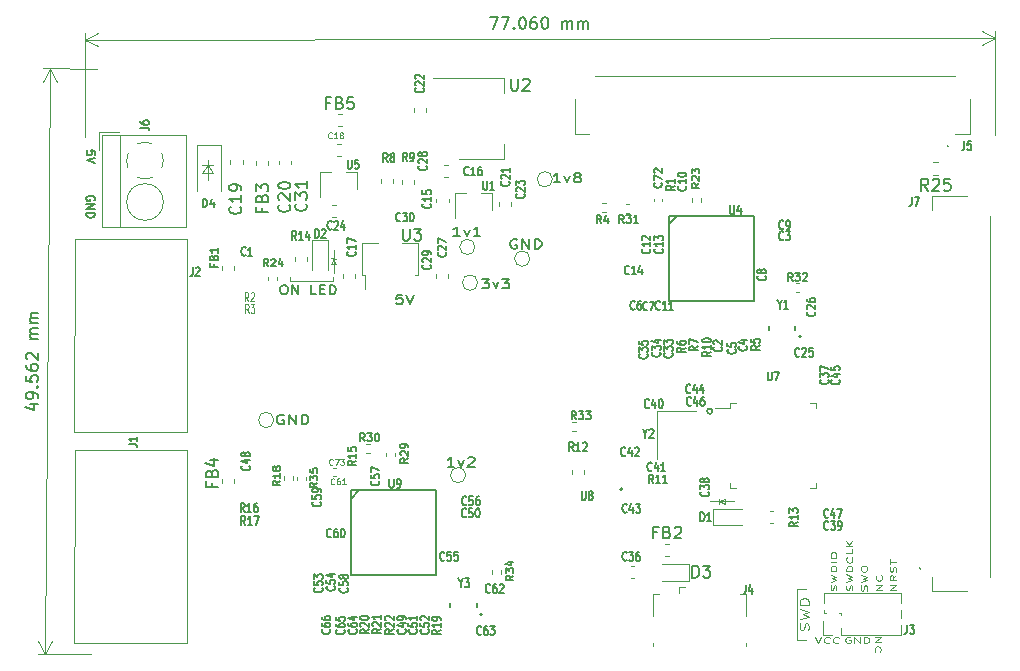
<source format=gbr>
G04 #@! TF.GenerationSoftware,KiCad,Pcbnew,(5.1.10)-1*
G04 #@! TF.CreationDate,2021-12-23T10:57:46+03:00*
G04 #@! TF.ProjectId,hdmi_to_mipi-dsi_converter,68646d69-5f74-46f5-9f6d-6970692d6473,rev?*
G04 #@! TF.SameCoordinates,Original*
G04 #@! TF.FileFunction,Legend,Top*
G04 #@! TF.FilePolarity,Positive*
%FSLAX46Y46*%
G04 Gerber Fmt 4.6, Leading zero omitted, Abs format (unit mm)*
G04 Created by KiCad (PCBNEW (5.1.10)-1) date 2021-12-23 10:57:46*
%MOMM*%
%LPD*%
G01*
G04 APERTURE LIST*
%ADD10C,0.175000*%
%ADD11C,0.150000*%
%ADD12C,0.120000*%
%ADD13C,0.200000*%
%ADD14C,0.125000*%
%ADD15C,0.100000*%
%ADD16C,0.152400*%
%ADD17C,0.137500*%
G04 APERTURE END LIST*
D10*
X101290000Y-61106666D02*
X101323333Y-61040000D01*
X101323333Y-60940000D01*
X101290000Y-60840000D01*
X101223333Y-60773333D01*
X101156666Y-60740000D01*
X101023333Y-60706666D01*
X100923333Y-60706666D01*
X100790000Y-60740000D01*
X100723333Y-60773333D01*
X100656666Y-60840000D01*
X100623333Y-60940000D01*
X100623333Y-61006666D01*
X100656666Y-61106666D01*
X100690000Y-61140000D01*
X100923333Y-61140000D01*
X100923333Y-61006666D01*
X100623333Y-61440000D02*
X101323333Y-61440000D01*
X100623333Y-61840000D01*
X101323333Y-61840000D01*
X100623333Y-62173333D02*
X101323333Y-62173333D01*
X101323333Y-62340000D01*
X101290000Y-62440000D01*
X101223333Y-62506666D01*
X101156666Y-62540000D01*
X101023333Y-62573333D01*
X100923333Y-62573333D01*
X100790000Y-62540000D01*
X100723333Y-62506666D01*
X100656666Y-62440000D01*
X100623333Y-62340000D01*
X100623333Y-62173333D01*
X101343333Y-57246666D02*
X101343333Y-56913333D01*
X101010000Y-56880000D01*
X101043333Y-56913333D01*
X101076666Y-56980000D01*
X101076666Y-57146666D01*
X101043333Y-57213333D01*
X101010000Y-57246666D01*
X100943333Y-57280000D01*
X100776666Y-57280000D01*
X100710000Y-57246666D01*
X100676666Y-57213333D01*
X100643333Y-57146666D01*
X100643333Y-56980000D01*
X100676666Y-56913333D01*
X100710000Y-56880000D01*
X101343333Y-57480000D02*
X100643333Y-57713333D01*
X101343333Y-57946666D01*
D11*
X134818567Y-45601454D02*
X135485233Y-45600070D01*
X135058738Y-46600958D01*
X135770946Y-45599477D02*
X136437611Y-45598093D01*
X136011117Y-46598980D01*
X136820442Y-46502062D02*
X136868159Y-46549582D01*
X136820639Y-46597300D01*
X136772921Y-46549779D01*
X136820442Y-46502062D01*
X136820639Y-46597300D01*
X137485228Y-45595918D02*
X137580466Y-45595720D01*
X137675803Y-45643141D01*
X137723521Y-45690661D01*
X137771337Y-45785800D01*
X137819352Y-45976177D01*
X137819846Y-46214272D01*
X137772623Y-46404846D01*
X137725202Y-46500183D01*
X137677681Y-46547901D01*
X137582542Y-46595718D01*
X137487305Y-46595915D01*
X137391968Y-46548494D01*
X137344250Y-46500974D01*
X137296433Y-46405835D01*
X137248419Y-46215458D01*
X137247924Y-45977363D01*
X137295148Y-45786789D01*
X137342569Y-45691452D01*
X137390089Y-45643734D01*
X137485228Y-45595918D01*
X138675702Y-45593446D02*
X138485226Y-45593841D01*
X138390087Y-45641658D01*
X138342567Y-45689376D01*
X138247626Y-45832430D01*
X138200402Y-46023005D01*
X138201193Y-46403957D01*
X138249010Y-46499096D01*
X138296728Y-46546616D01*
X138392064Y-46594037D01*
X138582540Y-46593641D01*
X138677679Y-46545825D01*
X138725199Y-46498107D01*
X138772621Y-46402770D01*
X138772126Y-46164675D01*
X138724310Y-46069536D01*
X138676592Y-46022016D01*
X138581255Y-45974595D01*
X138390779Y-45974991D01*
X138295640Y-46022807D01*
X138248120Y-46070525D01*
X138200699Y-46165862D01*
X139389986Y-45591963D02*
X139485224Y-45591765D01*
X139580561Y-45639186D01*
X139628279Y-45686706D01*
X139676095Y-45781845D01*
X139724110Y-45972222D01*
X139724604Y-46210317D01*
X139677381Y-46400891D01*
X139629959Y-46496228D01*
X139582439Y-46543946D01*
X139487300Y-46591763D01*
X139392062Y-46591961D01*
X139296726Y-46544539D01*
X139249008Y-46497019D01*
X139201191Y-46401880D01*
X139153177Y-46211503D01*
X139152682Y-45973409D01*
X139199906Y-45782834D01*
X139247327Y-45687497D01*
X139294847Y-45639779D01*
X139389986Y-45591963D01*
X140915869Y-46588797D02*
X140914484Y-45922131D01*
X140914682Y-46017369D02*
X140962202Y-45969651D01*
X141057341Y-45921835D01*
X141200198Y-45921538D01*
X141295535Y-45968959D01*
X141343351Y-46064098D01*
X141344439Y-46587907D01*
X141343351Y-46064098D02*
X141390773Y-45968762D01*
X141485912Y-45920945D01*
X141628769Y-45920648D01*
X141724105Y-45968070D01*
X141771922Y-46063209D01*
X141773010Y-46587017D01*
X142249199Y-46586028D02*
X142247815Y-45919363D01*
X142248013Y-46014601D02*
X142295533Y-45966883D01*
X142390672Y-45919066D01*
X142533529Y-45918770D01*
X142628865Y-45966191D01*
X142676682Y-46061330D01*
X142677770Y-46585138D01*
X142676682Y-46061330D02*
X142724103Y-45965993D01*
X142819242Y-45918177D01*
X142962099Y-45917880D01*
X143057436Y-45965301D01*
X143105252Y-46060440D01*
X143106340Y-46584249D01*
D12*
X100482809Y-47490369D02*
X177542809Y-47330369D01*
X100500000Y-55770000D02*
X100481591Y-46903949D01*
X177560000Y-55610000D02*
X177541591Y-46743949D01*
X177542809Y-47330369D02*
X176417525Y-47919127D01*
X177542809Y-47330369D02*
X176415090Y-46746288D01*
X100482809Y-47490369D02*
X101610528Y-48074450D01*
X100482809Y-47490369D02*
X101608093Y-46901611D01*
D11*
X95821252Y-78376158D02*
X96487890Y-78382346D01*
X95438106Y-78610708D02*
X96150151Y-78855422D01*
X96155897Y-78236401D01*
X96493193Y-77810942D02*
X96494961Y-77620474D01*
X96448228Y-77524798D01*
X96401053Y-77476739D01*
X96259086Y-77380179D01*
X96069060Y-77330794D01*
X95688124Y-77327259D01*
X95592448Y-77373992D01*
X95544389Y-77421167D01*
X95495888Y-77515959D01*
X95494120Y-77706427D01*
X95540853Y-77802103D01*
X95588028Y-77850162D01*
X95682820Y-77898663D01*
X95920905Y-77900872D01*
X96016581Y-77854139D01*
X96064640Y-77806964D01*
X96113141Y-77712172D01*
X96114909Y-77521704D01*
X96068176Y-77426028D01*
X96021001Y-77377969D01*
X95926209Y-77329468D01*
X96406357Y-76905335D02*
X96454416Y-76858160D01*
X96501591Y-76906219D01*
X96453532Y-76953394D01*
X96406357Y-76905335D01*
X96501591Y-76906219D01*
X95510473Y-75944598D02*
X95506053Y-76420768D01*
X95981781Y-76472804D01*
X95934606Y-76424745D01*
X95887873Y-76329070D01*
X95890083Y-76090985D01*
X95938584Y-75996192D01*
X95986643Y-75949017D01*
X96082319Y-75902284D01*
X96320404Y-75904494D01*
X96415196Y-75952995D01*
X96462371Y-76001054D01*
X96509104Y-76096730D01*
X96506894Y-76334815D01*
X96458393Y-76429607D01*
X96410334Y-76476782D01*
X95518870Y-75039875D02*
X95517102Y-75230343D01*
X95563835Y-75326019D01*
X95611011Y-75374078D01*
X95752978Y-75470638D01*
X95943004Y-75520023D01*
X96323940Y-75523558D01*
X96419616Y-75476825D01*
X96467674Y-75429650D01*
X96516175Y-75334858D01*
X96517943Y-75144390D01*
X96471210Y-75048714D01*
X96424035Y-75000655D01*
X96329243Y-74952154D01*
X96091158Y-74949944D01*
X95995482Y-74996678D01*
X95947423Y-75043853D01*
X95898922Y-75138645D01*
X95897154Y-75329113D01*
X95943888Y-75424789D01*
X95991063Y-75472847D01*
X96085855Y-75521348D01*
X95618524Y-74564589D02*
X95571349Y-74516530D01*
X95524616Y-74420854D01*
X95526826Y-74182769D01*
X95575327Y-74087977D01*
X95623386Y-74040802D01*
X95719062Y-73994069D01*
X95814296Y-73994953D01*
X95956705Y-74043896D01*
X96522805Y-74620603D01*
X96528550Y-74001582D01*
X96539600Y-72811157D02*
X95872962Y-72804970D01*
X95968196Y-72805854D02*
X95921021Y-72757795D01*
X95874288Y-72662119D01*
X95875613Y-72519268D01*
X95924114Y-72424476D01*
X96019790Y-72377743D01*
X96543577Y-72382604D01*
X96019790Y-72377743D02*
X95924998Y-72329242D01*
X95878265Y-72233566D01*
X95879591Y-72090715D01*
X95928092Y-71995923D01*
X96023768Y-71949190D01*
X96547555Y-71954051D01*
X96551975Y-71477881D02*
X95885337Y-71471694D01*
X95980571Y-71472578D02*
X95933396Y-71424519D01*
X95886663Y-71328843D01*
X95887988Y-71185992D01*
X95936489Y-71091200D01*
X96032165Y-71044467D01*
X96555952Y-71049328D01*
X96032165Y-71044467D02*
X95937373Y-70995966D01*
X95890640Y-70900290D01*
X95891966Y-70757439D01*
X95940467Y-70662647D01*
X96036143Y-70615914D01*
X96559930Y-70620775D01*
D12*
X97569505Y-49943426D02*
X97109505Y-99503426D01*
X101510000Y-49980000D02*
X96983109Y-49937983D01*
X101050000Y-99540000D02*
X96523109Y-99497983D01*
X97109505Y-99503426D02*
X96533565Y-98371528D01*
X97109505Y-99503426D02*
X97706356Y-98382413D01*
X97569505Y-49943426D02*
X96972654Y-51064439D01*
X97569505Y-49943426D02*
X98145445Y-51075324D01*
X121790000Y-66530000D02*
X121300000Y-66530000D01*
X121350000Y-66020000D02*
X121760000Y-66030000D01*
X121540000Y-66060000D02*
X121790000Y-66520000D01*
X111336000Y-58111000D02*
X110436000Y-58111000D01*
X110936000Y-58136000D02*
X111361000Y-58786000D01*
X110436000Y-58786000D02*
X110936000Y-58136000D01*
X111361000Y-58786000D02*
X110436000Y-58786000D01*
X110936000Y-59386000D02*
X110911000Y-57711000D01*
D11*
X140758571Y-59591904D02*
X140187142Y-59591904D01*
X140472857Y-59591904D02*
X140472857Y-58791904D01*
X140377619Y-58906190D01*
X140282380Y-58982380D01*
X140187142Y-59020476D01*
X141091904Y-59058571D02*
X141330000Y-59591904D01*
X141568095Y-59058571D01*
X142091904Y-59134761D02*
X141996666Y-59096666D01*
X141949047Y-59058571D01*
X141901428Y-58982380D01*
X141901428Y-58944285D01*
X141949047Y-58868095D01*
X141996666Y-58830000D01*
X142091904Y-58791904D01*
X142282380Y-58791904D01*
X142377619Y-58830000D01*
X142425238Y-58868095D01*
X142472857Y-58944285D01*
X142472857Y-58982380D01*
X142425238Y-59058571D01*
X142377619Y-59096666D01*
X142282380Y-59134761D01*
X142091904Y-59134761D01*
X141996666Y-59172857D01*
X141949047Y-59210952D01*
X141901428Y-59287142D01*
X141901428Y-59439523D01*
X141949047Y-59515714D01*
X141996666Y-59553809D01*
X142091904Y-59591904D01*
X142282380Y-59591904D01*
X142377619Y-59553809D01*
X142425238Y-59515714D01*
X142472857Y-59439523D01*
X142472857Y-59287142D01*
X142425238Y-59210952D01*
X142377619Y-59172857D01*
X142282380Y-59134761D01*
X132258571Y-64131904D02*
X131687142Y-64131904D01*
X131972857Y-64131904D02*
X131972857Y-63331904D01*
X131877619Y-63446190D01*
X131782380Y-63522380D01*
X131687142Y-63560476D01*
X132591904Y-63598571D02*
X132830000Y-64131904D01*
X133068095Y-63598571D01*
X133972857Y-64131904D02*
X133401428Y-64131904D01*
X133687142Y-64131904D02*
X133687142Y-63331904D01*
X133591904Y-63446190D01*
X133496666Y-63522380D01*
X133401428Y-63560476D01*
X131778571Y-83641904D02*
X131207142Y-83641904D01*
X131492857Y-83641904D02*
X131492857Y-82841904D01*
X131397619Y-82956190D01*
X131302380Y-83032380D01*
X131207142Y-83070476D01*
X132111904Y-83108571D02*
X132350000Y-83641904D01*
X132588095Y-83108571D01*
X132921428Y-82918095D02*
X132969047Y-82880000D01*
X133064285Y-82841904D01*
X133302380Y-82841904D01*
X133397619Y-82880000D01*
X133445238Y-82918095D01*
X133492857Y-82994285D01*
X133492857Y-83070476D01*
X133445238Y-83184761D01*
X132873809Y-83641904D01*
X133492857Y-83641904D01*
X117318095Y-79320000D02*
X117222857Y-79281904D01*
X117080000Y-79281904D01*
X116937142Y-79320000D01*
X116841904Y-79396190D01*
X116794285Y-79472380D01*
X116746666Y-79624761D01*
X116746666Y-79739047D01*
X116794285Y-79891428D01*
X116841904Y-79967619D01*
X116937142Y-80043809D01*
X117080000Y-80081904D01*
X117175238Y-80081904D01*
X117318095Y-80043809D01*
X117365714Y-80005714D01*
X117365714Y-79739047D01*
X117175238Y-79739047D01*
X117794285Y-80081904D02*
X117794285Y-79281904D01*
X118365714Y-80081904D01*
X118365714Y-79281904D01*
X118841904Y-80081904D02*
X118841904Y-79281904D01*
X119080000Y-79281904D01*
X119222857Y-79320000D01*
X119318095Y-79396190D01*
X119365714Y-79472380D01*
X119413333Y-79624761D01*
X119413333Y-79739047D01*
X119365714Y-79891428D01*
X119318095Y-79967619D01*
X119222857Y-80043809D01*
X119080000Y-80081904D01*
X118841904Y-80081904D01*
X137058095Y-64430000D02*
X136962857Y-64391904D01*
X136820000Y-64391904D01*
X136677142Y-64430000D01*
X136581904Y-64506190D01*
X136534285Y-64582380D01*
X136486666Y-64734761D01*
X136486666Y-64849047D01*
X136534285Y-65001428D01*
X136581904Y-65077619D01*
X136677142Y-65153809D01*
X136820000Y-65191904D01*
X136915238Y-65191904D01*
X137058095Y-65153809D01*
X137105714Y-65115714D01*
X137105714Y-64849047D01*
X136915238Y-64849047D01*
X137534285Y-65191904D02*
X137534285Y-64391904D01*
X138105714Y-65191904D01*
X138105714Y-64391904D01*
X138581904Y-65191904D02*
X138581904Y-64391904D01*
X138820000Y-64391904D01*
X138962857Y-64430000D01*
X139058095Y-64506190D01*
X139105714Y-64582380D01*
X139153333Y-64734761D01*
X139153333Y-64849047D01*
X139105714Y-65001428D01*
X139058095Y-65077619D01*
X138962857Y-65153809D01*
X138820000Y-65191904D01*
X138581904Y-65191904D01*
D13*
X153623607Y-78950000D02*
G75*
G03*
X153623607Y-78950000I-223607J0D01*
G01*
D12*
X154200000Y-86850000D02*
X154200000Y-86350000D01*
X154700000Y-86850000D02*
X154700000Y-86350000D01*
X155450000Y-86600000D02*
X153450000Y-86600000D01*
X154200000Y-86600000D02*
X154700000Y-86850000D01*
X154700000Y-86350000D02*
X154200000Y-86600000D01*
X121546000Y-66030000D02*
X121296000Y-66530000D01*
X121546000Y-67280000D02*
X121546000Y-65280000D01*
X160770000Y-94040000D02*
X161520000Y-94040000D01*
X160750000Y-98330000D02*
X160750000Y-94080000D01*
X160995000Y-98370000D02*
X160745000Y-98370000D01*
X161510000Y-98370000D02*
X161010000Y-98370000D01*
D14*
X161753571Y-97497142D02*
X161789285Y-97354285D01*
X161789285Y-97116190D01*
X161753571Y-97020952D01*
X161717857Y-96973333D01*
X161646428Y-96925714D01*
X161575000Y-96925714D01*
X161503571Y-96973333D01*
X161467857Y-97020952D01*
X161432142Y-97116190D01*
X161396428Y-97306666D01*
X161360714Y-97401904D01*
X161325000Y-97449523D01*
X161253571Y-97497142D01*
X161182142Y-97497142D01*
X161110714Y-97449523D01*
X161075000Y-97401904D01*
X161039285Y-97306666D01*
X161039285Y-97068571D01*
X161075000Y-96925714D01*
X161039285Y-96592380D02*
X161789285Y-96354285D01*
X161253571Y-96163809D01*
X161789285Y-95973333D01*
X161039285Y-95735238D01*
X161789285Y-95354285D02*
X161039285Y-95354285D01*
X161039285Y-95116190D01*
X161075000Y-94973333D01*
X161146428Y-94878095D01*
X161217857Y-94830476D01*
X161360714Y-94782857D01*
X161467857Y-94782857D01*
X161610714Y-94830476D01*
X161682142Y-94878095D01*
X161753571Y-94973333D01*
X161789285Y-95116190D01*
X161789285Y-95354285D01*
X167976190Y-94077142D02*
X167476190Y-94077142D01*
X167976190Y-93642857D01*
X167476190Y-93642857D01*
X167928571Y-92846666D02*
X167952380Y-92882857D01*
X167976190Y-92991428D01*
X167976190Y-93063809D01*
X167952380Y-93172380D01*
X167904761Y-93244761D01*
X167857142Y-93280952D01*
X167761904Y-93317142D01*
X167690476Y-93317142D01*
X167595238Y-93280952D01*
X167547619Y-93244761D01*
X167500000Y-93172380D01*
X167476190Y-93063809D01*
X167476190Y-92991428D01*
X167500000Y-92882857D01*
X167523809Y-92846666D01*
X167363809Y-98082857D02*
X167863809Y-98082857D01*
X167363809Y-98517142D01*
X167863809Y-98517142D01*
X167411428Y-99313333D02*
X167387619Y-99277142D01*
X167363809Y-99168571D01*
X167363809Y-99096190D01*
X167387619Y-98987619D01*
X167435238Y-98915238D01*
X167482857Y-98879047D01*
X167578095Y-98842857D01*
X167649523Y-98842857D01*
X167744761Y-98879047D01*
X167792380Y-98915238D01*
X167840000Y-98987619D01*
X167863809Y-99096190D01*
X167863809Y-99168571D01*
X167840000Y-99277142D01*
X167816190Y-99313333D01*
X165452380Y-94119047D02*
X165476190Y-94010476D01*
X165476190Y-93829523D01*
X165452380Y-93757142D01*
X165428571Y-93720952D01*
X165380952Y-93684761D01*
X165333333Y-93684761D01*
X165285714Y-93720952D01*
X165261904Y-93757142D01*
X165238095Y-93829523D01*
X165214285Y-93974285D01*
X165190476Y-94046666D01*
X165166666Y-94082857D01*
X165119047Y-94119047D01*
X165071428Y-94119047D01*
X165023809Y-94082857D01*
X165000000Y-94046666D01*
X164976190Y-93974285D01*
X164976190Y-93793333D01*
X165000000Y-93684761D01*
X164976190Y-93431428D02*
X165476190Y-93250476D01*
X165119047Y-93105714D01*
X165476190Y-92960952D01*
X164976190Y-92780000D01*
X165476190Y-92490476D02*
X164976190Y-92490476D01*
X164976190Y-92309523D01*
X165000000Y-92200952D01*
X165047619Y-92128571D01*
X165095238Y-92092380D01*
X165190476Y-92056190D01*
X165261904Y-92056190D01*
X165357142Y-92092380D01*
X165404761Y-92128571D01*
X165452380Y-92200952D01*
X165476190Y-92309523D01*
X165476190Y-92490476D01*
X165428571Y-91296190D02*
X165452380Y-91332380D01*
X165476190Y-91440952D01*
X165476190Y-91513333D01*
X165452380Y-91621904D01*
X165404761Y-91694285D01*
X165357142Y-91730476D01*
X165261904Y-91766666D01*
X165190476Y-91766666D01*
X165095238Y-91730476D01*
X165047619Y-91694285D01*
X165000000Y-91621904D01*
X164976190Y-91513333D01*
X164976190Y-91440952D01*
X165000000Y-91332380D01*
X165023809Y-91296190D01*
X165476190Y-90608571D02*
X165476190Y-90970476D01*
X164976190Y-90970476D01*
X165476190Y-90355238D02*
X164976190Y-90355238D01*
X165476190Y-89920952D02*
X165190476Y-90246666D01*
X164976190Y-89920952D02*
X165261904Y-90355238D01*
X166672380Y-94139523D02*
X166696190Y-94030952D01*
X166696190Y-93850000D01*
X166672380Y-93777619D01*
X166648571Y-93741428D01*
X166600952Y-93705238D01*
X166553333Y-93705238D01*
X166505714Y-93741428D01*
X166481904Y-93777619D01*
X166458095Y-93850000D01*
X166434285Y-93994761D01*
X166410476Y-94067142D01*
X166386666Y-94103333D01*
X166339047Y-94139523D01*
X166291428Y-94139523D01*
X166243809Y-94103333D01*
X166220000Y-94067142D01*
X166196190Y-93994761D01*
X166196190Y-93813809D01*
X166220000Y-93705238D01*
X166196190Y-93451904D02*
X166696190Y-93270952D01*
X166339047Y-93126190D01*
X166696190Y-92981428D01*
X166196190Y-92800476D01*
X166196190Y-92366190D02*
X166196190Y-92221428D01*
X166220000Y-92149047D01*
X166267619Y-92076666D01*
X166362857Y-92040476D01*
X166529523Y-92040476D01*
X166624761Y-92076666D01*
X166672380Y-92149047D01*
X166696190Y-92221428D01*
X166696190Y-92366190D01*
X166672380Y-92438571D01*
X166624761Y-92510952D01*
X166529523Y-92547142D01*
X166362857Y-92547142D01*
X166267619Y-92510952D01*
X166220000Y-92438571D01*
X166196190Y-92366190D01*
X169166190Y-94078571D02*
X168666190Y-94078571D01*
X169166190Y-93644285D01*
X168666190Y-93644285D01*
X169166190Y-92848095D02*
X168928095Y-93101428D01*
X169166190Y-93282380D02*
X168666190Y-93282380D01*
X168666190Y-92992857D01*
X168690000Y-92920476D01*
X168713809Y-92884285D01*
X168761428Y-92848095D01*
X168832857Y-92848095D01*
X168880476Y-92884285D01*
X168904285Y-92920476D01*
X168928095Y-92992857D01*
X168928095Y-93282380D01*
X169142380Y-92558571D02*
X169166190Y-92450000D01*
X169166190Y-92269047D01*
X169142380Y-92196666D01*
X169118571Y-92160476D01*
X169070952Y-92124285D01*
X169023333Y-92124285D01*
X168975714Y-92160476D01*
X168951904Y-92196666D01*
X168928095Y-92269047D01*
X168904285Y-92413809D01*
X168880476Y-92486190D01*
X168856666Y-92522380D01*
X168809047Y-92558571D01*
X168761428Y-92558571D01*
X168713809Y-92522380D01*
X168690000Y-92486190D01*
X168666190Y-92413809D01*
X168666190Y-92232857D01*
X168690000Y-92124285D01*
X168666190Y-91907142D02*
X168666190Y-91472857D01*
X169166190Y-91690000D02*
X168666190Y-91690000D01*
X165290952Y-98100000D02*
X165218571Y-98076190D01*
X165110000Y-98076190D01*
X165001428Y-98100000D01*
X164929047Y-98147619D01*
X164892857Y-98195238D01*
X164856666Y-98290476D01*
X164856666Y-98361904D01*
X164892857Y-98457142D01*
X164929047Y-98504761D01*
X165001428Y-98552380D01*
X165110000Y-98576190D01*
X165182380Y-98576190D01*
X165290952Y-98552380D01*
X165327142Y-98528571D01*
X165327142Y-98361904D01*
X165182380Y-98361904D01*
X165652857Y-98576190D02*
X165652857Y-98076190D01*
X166087142Y-98576190D01*
X166087142Y-98076190D01*
X166449047Y-98576190D02*
X166449047Y-98076190D01*
X166630000Y-98076190D01*
X166738571Y-98100000D01*
X166810952Y-98147619D01*
X166847142Y-98195238D01*
X166883333Y-98290476D01*
X166883333Y-98361904D01*
X166847142Y-98457142D01*
X166810952Y-98504761D01*
X166738571Y-98552380D01*
X166630000Y-98576190D01*
X166449047Y-98576190D01*
X162346666Y-98086190D02*
X162600000Y-98586190D01*
X162853333Y-98086190D01*
X163540952Y-98538571D02*
X163504761Y-98562380D01*
X163396190Y-98586190D01*
X163323809Y-98586190D01*
X163215238Y-98562380D01*
X163142857Y-98514761D01*
X163106666Y-98467142D01*
X163070476Y-98371904D01*
X163070476Y-98300476D01*
X163106666Y-98205238D01*
X163142857Y-98157619D01*
X163215238Y-98110000D01*
X163323809Y-98086190D01*
X163396190Y-98086190D01*
X163504761Y-98110000D01*
X163540952Y-98133809D01*
X164300952Y-98538571D02*
X164264761Y-98562380D01*
X164156190Y-98586190D01*
X164083809Y-98586190D01*
X163975238Y-98562380D01*
X163902857Y-98514761D01*
X163866666Y-98467142D01*
X163830476Y-98371904D01*
X163830476Y-98300476D01*
X163866666Y-98205238D01*
X163902857Y-98157619D01*
X163975238Y-98110000D01*
X164083809Y-98086190D01*
X164156190Y-98086190D01*
X164264761Y-98110000D01*
X164300952Y-98133809D01*
X164102380Y-94130476D02*
X164126190Y-94021904D01*
X164126190Y-93840952D01*
X164102380Y-93768571D01*
X164078571Y-93732380D01*
X164030952Y-93696190D01*
X163983333Y-93696190D01*
X163935714Y-93732380D01*
X163911904Y-93768571D01*
X163888095Y-93840952D01*
X163864285Y-93985714D01*
X163840476Y-94058095D01*
X163816666Y-94094285D01*
X163769047Y-94130476D01*
X163721428Y-94130476D01*
X163673809Y-94094285D01*
X163650000Y-94058095D01*
X163626190Y-93985714D01*
X163626190Y-93804761D01*
X163650000Y-93696190D01*
X163626190Y-93442857D02*
X164126190Y-93261904D01*
X163769047Y-93117142D01*
X164126190Y-92972380D01*
X163626190Y-92791428D01*
X164126190Y-92501904D02*
X163626190Y-92501904D01*
X163626190Y-92320952D01*
X163650000Y-92212380D01*
X163697619Y-92140000D01*
X163745238Y-92103809D01*
X163840476Y-92067619D01*
X163911904Y-92067619D01*
X164007142Y-92103809D01*
X164054761Y-92140000D01*
X164102380Y-92212380D01*
X164126190Y-92320952D01*
X164126190Y-92501904D01*
X164126190Y-91741904D02*
X163626190Y-91741904D01*
X163626190Y-91235238D02*
X163626190Y-91090476D01*
X163650000Y-91018095D01*
X163697619Y-90945714D01*
X163792857Y-90909523D01*
X163959523Y-90909523D01*
X164054761Y-90945714D01*
X164102380Y-91018095D01*
X164126190Y-91090476D01*
X164126190Y-91235238D01*
X164102380Y-91307619D01*
X164054761Y-91380000D01*
X163959523Y-91416190D01*
X163792857Y-91416190D01*
X163697619Y-91380000D01*
X163650000Y-91307619D01*
X163626190Y-91235238D01*
D12*
X121526000Y-67920000D02*
X121526000Y-67620000D01*
X117826000Y-67920000D02*
X121526000Y-67920000D01*
X117826000Y-67620000D02*
X117826000Y-67920000D01*
D11*
X117268571Y-68289285D02*
X117440000Y-68289285D01*
X117525714Y-68325000D01*
X117611428Y-68396428D01*
X117654285Y-68539285D01*
X117654285Y-68789285D01*
X117611428Y-68932142D01*
X117525714Y-69003571D01*
X117440000Y-69039285D01*
X117268571Y-69039285D01*
X117182857Y-69003571D01*
X117097142Y-68932142D01*
X117054285Y-68789285D01*
X117054285Y-68539285D01*
X117097142Y-68396428D01*
X117182857Y-68325000D01*
X117268571Y-68289285D01*
X118040000Y-69039285D02*
X118040000Y-68289285D01*
X118554285Y-69039285D01*
X118554285Y-68289285D01*
X120097142Y-69039285D02*
X119668571Y-69039285D01*
X119668571Y-68289285D01*
X120397142Y-68646428D02*
X120697142Y-68646428D01*
X120825714Y-69039285D02*
X120397142Y-69039285D01*
X120397142Y-68289285D01*
X120825714Y-68289285D01*
X121211428Y-69039285D02*
X121211428Y-68289285D01*
X121425714Y-68289285D01*
X121554285Y-68325000D01*
X121640000Y-68396428D01*
X121682857Y-68467857D01*
X121725714Y-68610714D01*
X121725714Y-68717857D01*
X121682857Y-68860714D01*
X121640000Y-68932142D01*
X121554285Y-69003571D01*
X121425714Y-69039285D01*
X121211428Y-69039285D01*
X127359523Y-69101904D02*
X126883333Y-69101904D01*
X126835714Y-69482857D01*
X126883333Y-69444761D01*
X126978571Y-69406666D01*
X127216666Y-69406666D01*
X127311904Y-69444761D01*
X127359523Y-69482857D01*
X127407142Y-69559047D01*
X127407142Y-69749523D01*
X127359523Y-69825714D01*
X127311904Y-69863809D01*
X127216666Y-69901904D01*
X126978571Y-69901904D01*
X126883333Y-69863809D01*
X126835714Y-69825714D01*
X127692857Y-69101904D02*
X128026190Y-69901904D01*
X128359523Y-69101904D01*
X134079523Y-67761904D02*
X134698571Y-67761904D01*
X134365238Y-68066666D01*
X134508095Y-68066666D01*
X134603333Y-68104761D01*
X134650952Y-68142857D01*
X134698571Y-68219047D01*
X134698571Y-68409523D01*
X134650952Y-68485714D01*
X134603333Y-68523809D01*
X134508095Y-68561904D01*
X134222380Y-68561904D01*
X134127142Y-68523809D01*
X134079523Y-68485714D01*
X135031904Y-68028571D02*
X135270000Y-68561904D01*
X135508095Y-68028571D01*
X135793809Y-67761904D02*
X136412857Y-67761904D01*
X136079523Y-68066666D01*
X136222380Y-68066666D01*
X136317619Y-68104761D01*
X136365238Y-68142857D01*
X136412857Y-68219047D01*
X136412857Y-68409523D01*
X136365238Y-68485714D01*
X136317619Y-68523809D01*
X136222380Y-68561904D01*
X135936666Y-68561904D01*
X135841428Y-68523809D01*
X135793809Y-68485714D01*
D15*
X171160000Y-92310000D02*
X171160000Y-92310000D01*
X171160000Y-92210000D02*
X171160000Y-92210000D01*
X172210000Y-94210000D02*
X175160000Y-94210000D01*
X172210000Y-92960000D02*
X172210000Y-94210000D01*
X172210000Y-60710000D02*
X175160000Y-60710000D01*
X172210000Y-61960000D02*
X172210000Y-60710000D01*
X177110000Y-92960000D02*
X177110000Y-62460000D01*
X171160000Y-92210000D02*
G75*
G02*
X171160000Y-92310000I0J-50000D01*
G01*
X171160000Y-92310000D02*
G75*
G02*
X171160000Y-92210000I0J50000D01*
G01*
D12*
X125580000Y-59307221D02*
X125580000Y-59632779D01*
X126600000Y-59307221D02*
X126600000Y-59632779D01*
X135950000Y-57570000D02*
X135950000Y-56310000D01*
X135950000Y-50750000D02*
X135950000Y-52010000D01*
X132190000Y-57570000D02*
X135950000Y-57570000D01*
X129940000Y-50750000D02*
X135950000Y-50750000D01*
X109140000Y-65300000D02*
X109170000Y-64400000D01*
X109140000Y-79810000D02*
X109160000Y-80740000D01*
X99620000Y-71660000D02*
X99610000Y-73490000D01*
X99620000Y-64400000D02*
X99620000Y-71660000D01*
X109170000Y-64400000D02*
X99620000Y-64400000D01*
X109140000Y-79800000D02*
X109140000Y-65300000D01*
X99610000Y-80740000D02*
X109160000Y-80740000D01*
X99610000Y-73490000D02*
X99610000Y-80740000D01*
X109140000Y-83150000D02*
X109170000Y-82250000D01*
X109140000Y-97660000D02*
X109160000Y-98590000D01*
X99620000Y-89510000D02*
X99610000Y-91340000D01*
X99620000Y-82250000D02*
X99620000Y-89510000D01*
X109170000Y-82250000D02*
X99620000Y-82250000D01*
X109140000Y-97650000D02*
X109140000Y-83150000D01*
X99610000Y-98590000D02*
X109160000Y-98590000D01*
X99610000Y-91340000D02*
X99610000Y-98590000D01*
X131280000Y-60959721D02*
X131280000Y-61285279D01*
X130260000Y-60959721D02*
X130260000Y-61285279D01*
X131252779Y-58100000D02*
X130927221Y-58100000D01*
X131252779Y-59120000D02*
X130927221Y-59120000D01*
X123404000Y-67642779D02*
X123404000Y-67317221D01*
X122384000Y-67642779D02*
X122384000Y-67317221D01*
X122152779Y-56340000D02*
X121827221Y-56340000D01*
X122152779Y-57360000D02*
X121827221Y-57360000D01*
X128330000Y-53610279D02*
X128330000Y-53284721D01*
X129350000Y-53610279D02*
X129350000Y-53284721D01*
X121782779Y-61480000D02*
X121457221Y-61480000D01*
X121782779Y-62500000D02*
X121457221Y-62500000D01*
X147022779Y-92090000D02*
X146697221Y-92090000D01*
X147022779Y-93110000D02*
X146697221Y-93110000D01*
X156157500Y-87235000D02*
X153672500Y-87235000D01*
X153672500Y-87235000D02*
X153672500Y-88605000D01*
X153672500Y-88605000D02*
X156157500Y-88605000D01*
X119691000Y-64485000D02*
X119691000Y-66970000D01*
X121061000Y-64485000D02*
X119691000Y-64485000D01*
X121061000Y-66970000D02*
X121061000Y-64485000D01*
X169555000Y-97890000D02*
X169555000Y-97067530D01*
X169555000Y-95182470D02*
X169555000Y-94360000D01*
X169555000Y-96452470D02*
X169555000Y-95797530D01*
X164540000Y-97890000D02*
X169555000Y-97890000D01*
X163085000Y-94360000D02*
X169555000Y-94360000D01*
X164540000Y-97890000D02*
X164540000Y-97323471D01*
X164540000Y-96196529D02*
X164540000Y-96053471D01*
X164486529Y-96000000D02*
X164343471Y-96000000D01*
X163216529Y-96000000D02*
X163085000Y-96000000D01*
X163085000Y-96000000D02*
X163085000Y-95797530D01*
X163085000Y-95182470D02*
X163085000Y-94360000D01*
X163780000Y-97890000D02*
X163020000Y-97890000D01*
X163020000Y-97890000D02*
X163020000Y-96760000D01*
D15*
X173550000Y-56500000D02*
X173550000Y-56500000D01*
X173450000Y-56500000D02*
X173450000Y-56500000D01*
X175450000Y-55450000D02*
X175450000Y-52500000D01*
X174200000Y-55450000D02*
X175450000Y-55450000D01*
X141950000Y-55450000D02*
X141950000Y-52500000D01*
X143200000Y-55450000D02*
X141950000Y-55450000D01*
X174200000Y-50550000D02*
X143700000Y-50550000D01*
X173450000Y-56500000D02*
G75*
G02*
X173550000Y-56500000I50000J0D01*
G01*
X173550000Y-56500000D02*
G75*
G02*
X173450000Y-56500000I-50000J0D01*
G01*
D12*
X107135000Y-61240000D02*
G75*
G03*
X107135000Y-61240000I-1555000J0D01*
G01*
X103480000Y-55580000D02*
X103480000Y-63400000D01*
X109040000Y-55580000D02*
X109040000Y-63400000D01*
X101920000Y-55580000D02*
X101920000Y-63400000D01*
X109040000Y-55580000D02*
X101920000Y-55580000D01*
X109040000Y-63400000D02*
X101920000Y-63400000D01*
X103420000Y-55340000D02*
X101680000Y-55340000D01*
X101680000Y-55340000D02*
X101680000Y-56840000D01*
X104148615Y-58347587D02*
G75*
G02*
X104025000Y-57740000I1431385J607587D01*
G01*
X106187742Y-59172109D02*
G75*
G02*
X104972000Y-59172000I-607742J1432109D01*
G01*
X107012109Y-57132258D02*
G75*
G02*
X107012000Y-58348000I-1432109J-607742D01*
G01*
X104972258Y-56307891D02*
G75*
G02*
X106188000Y-56308000I607742J-1432109D01*
G01*
X104024508Y-57767011D02*
G75*
G02*
X104148000Y-57132000I1555492J27011D01*
G01*
X141740000Y-84262779D02*
X141740000Y-83937221D01*
X142760000Y-84262779D02*
X142760000Y-83937221D01*
X158782779Y-88460000D02*
X158457221Y-88460000D01*
X158782779Y-87440000D02*
X158457221Y-87440000D01*
X119286000Y-65907221D02*
X119286000Y-66232779D01*
X118266000Y-65907221D02*
X118266000Y-66232779D01*
X134950000Y-60450000D02*
X134950000Y-61910000D01*
X131790000Y-60450000D02*
X131790000Y-62610000D01*
X131790000Y-60450000D02*
X132720000Y-60450000D01*
X134950000Y-60450000D02*
X134020000Y-60450000D01*
X123520000Y-58690000D02*
X123520000Y-60150000D01*
X120360000Y-58690000D02*
X120360000Y-60850000D01*
X120360000Y-58690000D02*
X121290000Y-58690000D01*
X123520000Y-58690000D02*
X122590000Y-58690000D01*
X161920000Y-85470000D02*
X162370000Y-85470000D01*
X162370000Y-85470000D02*
X162370000Y-85020000D01*
X155600000Y-85470000D02*
X155150000Y-85470000D01*
X155150000Y-85470000D02*
X155150000Y-85020000D01*
X161920000Y-78250000D02*
X162370000Y-78250000D01*
X162370000Y-78250000D02*
X162370000Y-78700000D01*
X155600000Y-78250000D02*
X155150000Y-78250000D01*
X155150000Y-78250000D02*
X155150000Y-78700000D01*
X155150000Y-78700000D02*
X153860000Y-78700000D01*
D16*
X161096200Y-72630000D02*
G75*
G03*
X161096200Y-72630000I-76200J0D01*
G01*
X160650300Y-72042560D02*
X160650300Y-71717440D01*
X158389700Y-71717440D02*
X158389700Y-72042560D01*
D12*
X152210000Y-78970000D02*
X148910000Y-78970000D01*
X148910000Y-78970000D02*
X148910000Y-82970000D01*
X148630000Y-94420000D02*
X149080000Y-94420000D01*
X148630000Y-96270000D02*
X148630000Y-94420000D01*
X156430000Y-98820000D02*
X156430000Y-98570000D01*
X148630000Y-98820000D02*
X148630000Y-98570000D01*
X156430000Y-96270000D02*
X156430000Y-94420000D01*
X156430000Y-94420000D02*
X155980000Y-94420000D01*
X150830000Y-93870000D02*
X151280000Y-93870000D01*
X150830000Y-93870000D02*
X150830000Y-94320000D01*
D16*
X131409700Y-95237440D02*
X131409700Y-95562560D01*
X133670300Y-95562560D02*
X133670300Y-95237440D01*
X134116200Y-96150000D02*
G75*
G03*
X134116200Y-96150000I-76200J0D01*
G01*
D12*
X127380000Y-59682779D02*
X127380000Y-59357221D01*
X128400000Y-59682779D02*
X128400000Y-59357221D01*
X135540000Y-61572779D02*
X135540000Y-61247221D01*
X136560000Y-61572779D02*
X136560000Y-61247221D01*
X130214000Y-67317221D02*
X130214000Y-67642779D01*
X131234000Y-67317221D02*
X131234000Y-67642779D01*
D15*
X133746000Y-68072000D02*
G75*
G03*
X133746000Y-68072000I-650000J0D01*
G01*
D11*
X149960000Y-62440000D02*
X157160000Y-62440000D01*
X157160000Y-62440000D02*
X157160000Y-69640000D01*
X157160000Y-69640000D02*
X149960000Y-69640000D01*
X149960000Y-69640000D02*
X149960000Y-62440000D01*
X150660000Y-62440000D02*
X149960000Y-63140000D01*
X123740000Y-85650000D02*
X123040000Y-86350000D01*
X123040000Y-92850000D02*
X123040000Y-85650000D01*
X130240000Y-92850000D02*
X123040000Y-92850000D01*
X130240000Y-85650000D02*
X130240000Y-92850000D01*
X123040000Y-85650000D02*
X130240000Y-85650000D01*
D15*
X138166000Y-66036000D02*
G75*
G03*
X138166000Y-66036000I-650000J0D01*
G01*
X116490000Y-79700000D02*
G75*
G03*
X116490000Y-79700000I-650000J0D01*
G01*
X133520000Y-65050000D02*
G75*
G03*
X133520000Y-65050000I-650000J0D01*
G01*
X140080000Y-59320000D02*
G75*
G03*
X140080000Y-59320000I-650000J0D01*
G01*
X132740000Y-84370000D02*
G75*
G03*
X132740000Y-84370000I-650000J0D01*
G01*
D12*
X148675000Y-60982164D02*
X148675000Y-61197836D01*
X149395000Y-60982164D02*
X149395000Y-61197836D01*
X121747836Y-84460000D02*
X121532164Y-84460000D01*
X121747836Y-83740000D02*
X121532164Y-83740000D01*
X149370000Y-93355000D02*
X151655000Y-93355000D01*
X151655000Y-93355000D02*
X151655000Y-91885000D01*
X151655000Y-91885000D02*
X149370000Y-91885000D01*
X111990000Y-56380000D02*
X109990000Y-56380000D01*
X109990000Y-56380000D02*
X109990000Y-60280000D01*
X111990000Y-56380000D02*
X111990000Y-60280000D01*
X144583641Y-62120000D02*
X144276359Y-62120000D01*
X144583641Y-61360000D02*
X144276359Y-61360000D01*
X117340000Y-84476359D02*
X117340000Y-84783641D01*
X118100000Y-84476359D02*
X118100000Y-84783641D01*
X152620000Y-60926359D02*
X152620000Y-61233641D01*
X151860000Y-60926359D02*
X151860000Y-61233641D01*
X116780000Y-67863641D02*
X116780000Y-67556359D01*
X116020000Y-67863641D02*
X116020000Y-67556359D01*
X126000000Y-82763641D02*
X126000000Y-82456359D01*
X126760000Y-82763641D02*
X126760000Y-82456359D01*
X124306359Y-82510000D02*
X124613641Y-82510000D01*
X124306359Y-81750000D02*
X124613641Y-81750000D01*
X146583641Y-61380000D02*
X146276359Y-61380000D01*
X146583641Y-62140000D02*
X146276359Y-62140000D01*
X160983641Y-68900000D02*
X160676359Y-68900000D01*
X160983641Y-68140000D02*
X160676359Y-68140000D01*
X141776359Y-80600000D02*
X142083641Y-80600000D01*
X141776359Y-79840000D02*
X142083641Y-79840000D01*
X134940000Y-92703641D02*
X134940000Y-92396359D01*
X135700000Y-92703641D02*
X135700000Y-92396359D01*
X119210000Y-84496359D02*
X119210000Y-84803641D01*
X118450000Y-84496359D02*
X118450000Y-84803641D01*
X127384000Y-64725000D02*
X128694000Y-64725000D01*
X128694000Y-64725000D02*
X128694000Y-67445000D01*
X124204000Y-68585000D02*
X124204000Y-67445000D01*
X123974000Y-64725000D02*
X125284000Y-64725000D01*
X123974000Y-67445000D02*
X123974000Y-64725000D01*
X123974000Y-67445000D02*
X124204000Y-67445000D01*
X128694000Y-67445000D02*
X128464000Y-67445000D01*
X112140000Y-67022779D02*
X112140000Y-66697221D01*
X113160000Y-67022779D02*
X113160000Y-66697221D01*
X149609721Y-91210000D02*
X149935279Y-91210000D01*
X149609721Y-90190000D02*
X149935279Y-90190000D01*
X113110000Y-85012779D02*
X113110000Y-84687221D01*
X112090000Y-85012779D02*
X112090000Y-84687221D01*
D13*
X145995000Y-85550000D02*
G75*
G03*
X145995000Y-85550000I-100000J0D01*
G01*
D12*
X113840000Y-57714420D02*
X113840000Y-57995580D01*
X112820000Y-57714420D02*
X112820000Y-57995580D01*
X117940000Y-58065580D02*
X117940000Y-57784420D01*
X116920000Y-58065580D02*
X116920000Y-57784420D01*
X114950000Y-58085279D02*
X114950000Y-57759721D01*
X115970000Y-58085279D02*
X115970000Y-57759721D01*
X122250279Y-53770000D02*
X121924721Y-53770000D01*
X122250279Y-54790000D02*
X121924721Y-54790000D01*
X172762258Y-58922500D02*
X172287742Y-58922500D01*
X172762258Y-57877500D02*
X172287742Y-57877500D01*
D11*
X170510000Y-60799285D02*
X170510000Y-61335000D01*
X170481428Y-61442142D01*
X170424285Y-61513571D01*
X170338571Y-61549285D01*
X170281428Y-61549285D01*
X170738571Y-60799285D02*
X171138571Y-60799285D01*
X170881428Y-61549285D01*
X126115000Y-57859285D02*
X125915000Y-57502142D01*
X125772142Y-57859285D02*
X125772142Y-57109285D01*
X126000714Y-57109285D01*
X126057857Y-57145000D01*
X126086428Y-57180714D01*
X126115000Y-57252142D01*
X126115000Y-57359285D01*
X126086428Y-57430714D01*
X126057857Y-57466428D01*
X126000714Y-57502142D01*
X125772142Y-57502142D01*
X126457857Y-57430714D02*
X126400714Y-57395000D01*
X126372142Y-57359285D01*
X126343571Y-57287857D01*
X126343571Y-57252142D01*
X126372142Y-57180714D01*
X126400714Y-57145000D01*
X126457857Y-57109285D01*
X126572142Y-57109285D01*
X126629285Y-57145000D01*
X126657857Y-57180714D01*
X126686428Y-57252142D01*
X126686428Y-57287857D01*
X126657857Y-57359285D01*
X126629285Y-57395000D01*
X126572142Y-57430714D01*
X126457857Y-57430714D01*
X126400714Y-57466428D01*
X126372142Y-57502142D01*
X126343571Y-57573571D01*
X126343571Y-57716428D01*
X126372142Y-57787857D01*
X126400714Y-57823571D01*
X126457857Y-57859285D01*
X126572142Y-57859285D01*
X126629285Y-57823571D01*
X126657857Y-57787857D01*
X126686428Y-57716428D01*
X126686428Y-57573571D01*
X126657857Y-57502142D01*
X126629285Y-57466428D01*
X126572142Y-57430714D01*
X129382857Y-58160714D02*
X129418571Y-58189285D01*
X129454285Y-58275000D01*
X129454285Y-58332142D01*
X129418571Y-58417857D01*
X129347142Y-58475000D01*
X129275714Y-58503571D01*
X129132857Y-58532142D01*
X129025714Y-58532142D01*
X128882857Y-58503571D01*
X128811428Y-58475000D01*
X128740000Y-58417857D01*
X128704285Y-58332142D01*
X128704285Y-58275000D01*
X128740000Y-58189285D01*
X128775714Y-58160714D01*
X128775714Y-57932142D02*
X128740000Y-57903571D01*
X128704285Y-57846428D01*
X128704285Y-57703571D01*
X128740000Y-57646428D01*
X128775714Y-57617857D01*
X128847142Y-57589285D01*
X128918571Y-57589285D01*
X129025714Y-57617857D01*
X129454285Y-57960714D01*
X129454285Y-57589285D01*
X129025714Y-57246428D02*
X128990000Y-57303571D01*
X128954285Y-57332142D01*
X128882857Y-57360714D01*
X128847142Y-57360714D01*
X128775714Y-57332142D01*
X128740000Y-57303571D01*
X128704285Y-57246428D01*
X128704285Y-57132142D01*
X128740000Y-57075000D01*
X128775714Y-57046428D01*
X128847142Y-57017857D01*
X128882857Y-57017857D01*
X128954285Y-57046428D01*
X128990000Y-57075000D01*
X129025714Y-57132142D01*
X129025714Y-57246428D01*
X129061428Y-57303571D01*
X129097142Y-57332142D01*
X129168571Y-57360714D01*
X129311428Y-57360714D01*
X129382857Y-57332142D01*
X129418571Y-57303571D01*
X129454285Y-57246428D01*
X129454285Y-57132142D01*
X129418571Y-57075000D01*
X129382857Y-57046428D01*
X129311428Y-57017857D01*
X129168571Y-57017857D01*
X129097142Y-57046428D01*
X129061428Y-57075000D01*
X129025714Y-57132142D01*
X136578095Y-50812380D02*
X136578095Y-51621904D01*
X136625714Y-51717142D01*
X136673333Y-51764761D01*
X136768571Y-51812380D01*
X136959047Y-51812380D01*
X137054285Y-51764761D01*
X137101904Y-51717142D01*
X137149523Y-51621904D01*
X137149523Y-50812380D01*
X137578095Y-50907619D02*
X137625714Y-50860000D01*
X137720952Y-50812380D01*
X137959047Y-50812380D01*
X138054285Y-50860000D01*
X138101904Y-50907619D01*
X138149523Y-51002857D01*
X138149523Y-51098095D01*
X138101904Y-51240952D01*
X137530476Y-51812380D01*
X138149523Y-51812380D01*
X109625000Y-66764285D02*
X109625000Y-67300000D01*
X109596428Y-67407142D01*
X109539285Y-67478571D01*
X109453571Y-67514285D01*
X109396428Y-67514285D01*
X109882142Y-66835714D02*
X109910714Y-66800000D01*
X109967857Y-66764285D01*
X110110714Y-66764285D01*
X110167857Y-66800000D01*
X110196428Y-66835714D01*
X110225000Y-66907142D01*
X110225000Y-66978571D01*
X110196428Y-67085714D01*
X109853571Y-67514285D01*
X110225000Y-67514285D01*
X104189285Y-81750000D02*
X104725000Y-81750000D01*
X104832142Y-81778571D01*
X104903571Y-81835714D01*
X104939285Y-81921428D01*
X104939285Y-81978571D01*
X104939285Y-81150000D02*
X104939285Y-81492857D01*
X104939285Y-81321428D02*
X104189285Y-81321428D01*
X104296428Y-81378571D01*
X104367857Y-81435714D01*
X104403571Y-81492857D01*
X114100000Y-65732857D02*
X114071428Y-65768571D01*
X113985714Y-65804285D01*
X113928571Y-65804285D01*
X113842857Y-65768571D01*
X113785714Y-65697142D01*
X113757142Y-65625714D01*
X113728571Y-65482857D01*
X113728571Y-65375714D01*
X113757142Y-65232857D01*
X113785714Y-65161428D01*
X113842857Y-65090000D01*
X113928571Y-65054285D01*
X113985714Y-65054285D01*
X114071428Y-65090000D01*
X114100000Y-65125714D01*
X114671428Y-65804285D02*
X114328571Y-65804285D01*
X114500000Y-65804285D02*
X114500000Y-65054285D01*
X114442857Y-65161428D01*
X114385714Y-65232857D01*
X114328571Y-65268571D01*
X154377857Y-73515000D02*
X154413571Y-73543571D01*
X154449285Y-73629285D01*
X154449285Y-73686428D01*
X154413571Y-73772142D01*
X154342142Y-73829285D01*
X154270714Y-73857857D01*
X154127857Y-73886428D01*
X154020714Y-73886428D01*
X153877857Y-73857857D01*
X153806428Y-73829285D01*
X153735000Y-73772142D01*
X153699285Y-73686428D01*
X153699285Y-73629285D01*
X153735000Y-73543571D01*
X153770714Y-73515000D01*
X153770714Y-73286428D02*
X153735000Y-73257857D01*
X153699285Y-73200714D01*
X153699285Y-73057857D01*
X153735000Y-73000714D01*
X153770714Y-72972142D01*
X153842142Y-72943571D01*
X153913571Y-72943571D01*
X154020714Y-72972142D01*
X154449285Y-73315000D01*
X154449285Y-72943571D01*
X159620000Y-64417857D02*
X159591428Y-64453571D01*
X159505714Y-64489285D01*
X159448571Y-64489285D01*
X159362857Y-64453571D01*
X159305714Y-64382142D01*
X159277142Y-64310714D01*
X159248571Y-64167857D01*
X159248571Y-64060714D01*
X159277142Y-63917857D01*
X159305714Y-63846428D01*
X159362857Y-63775000D01*
X159448571Y-63739285D01*
X159505714Y-63739285D01*
X159591428Y-63775000D01*
X159620000Y-63810714D01*
X159820000Y-63739285D02*
X160191428Y-63739285D01*
X159991428Y-64025000D01*
X160077142Y-64025000D01*
X160134285Y-64060714D01*
X160162857Y-64096428D01*
X160191428Y-64167857D01*
X160191428Y-64346428D01*
X160162857Y-64417857D01*
X160134285Y-64453571D01*
X160077142Y-64489285D01*
X159905714Y-64489285D01*
X159848571Y-64453571D01*
X159820000Y-64417857D01*
X156502857Y-73465000D02*
X156538571Y-73493571D01*
X156574285Y-73579285D01*
X156574285Y-73636428D01*
X156538571Y-73722142D01*
X156467142Y-73779285D01*
X156395714Y-73807857D01*
X156252857Y-73836428D01*
X156145714Y-73836428D01*
X156002857Y-73807857D01*
X155931428Y-73779285D01*
X155860000Y-73722142D01*
X155824285Y-73636428D01*
X155824285Y-73579285D01*
X155860000Y-73493571D01*
X155895714Y-73465000D01*
X156074285Y-72950714D02*
X156574285Y-72950714D01*
X155788571Y-73093571D02*
X156324285Y-73236428D01*
X156324285Y-72865000D01*
X155552857Y-73715000D02*
X155588571Y-73743571D01*
X155624285Y-73829285D01*
X155624285Y-73886428D01*
X155588571Y-73972142D01*
X155517142Y-74029285D01*
X155445714Y-74057857D01*
X155302857Y-74086428D01*
X155195714Y-74086428D01*
X155052857Y-74057857D01*
X154981428Y-74029285D01*
X154910000Y-73972142D01*
X154874285Y-73886428D01*
X154874285Y-73829285D01*
X154910000Y-73743571D01*
X154945714Y-73715000D01*
X154874285Y-73172142D02*
X154874285Y-73457857D01*
X155231428Y-73486428D01*
X155195714Y-73457857D01*
X155160000Y-73400714D01*
X155160000Y-73257857D01*
X155195714Y-73200714D01*
X155231428Y-73172142D01*
X155302857Y-73143571D01*
X155481428Y-73143571D01*
X155552857Y-73172142D01*
X155588571Y-73200714D01*
X155624285Y-73257857D01*
X155624285Y-73400714D01*
X155588571Y-73457857D01*
X155552857Y-73486428D01*
X147035000Y-70307857D02*
X147006428Y-70343571D01*
X146920714Y-70379285D01*
X146863571Y-70379285D01*
X146777857Y-70343571D01*
X146720714Y-70272142D01*
X146692142Y-70200714D01*
X146663571Y-70057857D01*
X146663571Y-69950714D01*
X146692142Y-69807857D01*
X146720714Y-69736428D01*
X146777857Y-69665000D01*
X146863571Y-69629285D01*
X146920714Y-69629285D01*
X147006428Y-69665000D01*
X147035000Y-69700714D01*
X147549285Y-69629285D02*
X147435000Y-69629285D01*
X147377857Y-69665000D01*
X147349285Y-69700714D01*
X147292142Y-69807857D01*
X147263571Y-69950714D01*
X147263571Y-70236428D01*
X147292142Y-70307857D01*
X147320714Y-70343571D01*
X147377857Y-70379285D01*
X147492142Y-70379285D01*
X147549285Y-70343571D01*
X147577857Y-70307857D01*
X147606428Y-70236428D01*
X147606428Y-70057857D01*
X147577857Y-69986428D01*
X147549285Y-69950714D01*
X147492142Y-69915000D01*
X147377857Y-69915000D01*
X147320714Y-69950714D01*
X147292142Y-69986428D01*
X147263571Y-70057857D01*
X148110000Y-70357857D02*
X148081428Y-70393571D01*
X147995714Y-70429285D01*
X147938571Y-70429285D01*
X147852857Y-70393571D01*
X147795714Y-70322142D01*
X147767142Y-70250714D01*
X147738571Y-70107857D01*
X147738571Y-70000714D01*
X147767142Y-69857857D01*
X147795714Y-69786428D01*
X147852857Y-69715000D01*
X147938571Y-69679285D01*
X147995714Y-69679285D01*
X148081428Y-69715000D01*
X148110000Y-69750714D01*
X148310000Y-69679285D02*
X148710000Y-69679285D01*
X148452857Y-70429285D01*
X158117857Y-67510000D02*
X158153571Y-67538571D01*
X158189285Y-67624285D01*
X158189285Y-67681428D01*
X158153571Y-67767142D01*
X158082142Y-67824285D01*
X158010714Y-67852857D01*
X157867857Y-67881428D01*
X157760714Y-67881428D01*
X157617857Y-67852857D01*
X157546428Y-67824285D01*
X157475000Y-67767142D01*
X157439285Y-67681428D01*
X157439285Y-67624285D01*
X157475000Y-67538571D01*
X157510714Y-67510000D01*
X157760714Y-67167142D02*
X157725000Y-67224285D01*
X157689285Y-67252857D01*
X157617857Y-67281428D01*
X157582142Y-67281428D01*
X157510714Y-67252857D01*
X157475000Y-67224285D01*
X157439285Y-67167142D01*
X157439285Y-67052857D01*
X157475000Y-66995714D01*
X157510714Y-66967142D01*
X157582142Y-66938571D01*
X157617857Y-66938571D01*
X157689285Y-66967142D01*
X157725000Y-66995714D01*
X157760714Y-67052857D01*
X157760714Y-67167142D01*
X157796428Y-67224285D01*
X157832142Y-67252857D01*
X157903571Y-67281428D01*
X158046428Y-67281428D01*
X158117857Y-67252857D01*
X158153571Y-67224285D01*
X158189285Y-67167142D01*
X158189285Y-67052857D01*
X158153571Y-66995714D01*
X158117857Y-66967142D01*
X158046428Y-66938571D01*
X157903571Y-66938571D01*
X157832142Y-66967142D01*
X157796428Y-66995714D01*
X157760714Y-67052857D01*
X159630000Y-63467857D02*
X159601428Y-63503571D01*
X159515714Y-63539285D01*
X159458571Y-63539285D01*
X159372857Y-63503571D01*
X159315714Y-63432142D01*
X159287142Y-63360714D01*
X159258571Y-63217857D01*
X159258571Y-63110714D01*
X159287142Y-62967857D01*
X159315714Y-62896428D01*
X159372857Y-62825000D01*
X159458571Y-62789285D01*
X159515714Y-62789285D01*
X159601428Y-62825000D01*
X159630000Y-62860714D01*
X159915714Y-63539285D02*
X160030000Y-63539285D01*
X160087142Y-63503571D01*
X160115714Y-63467857D01*
X160172857Y-63360714D01*
X160201428Y-63217857D01*
X160201428Y-62932142D01*
X160172857Y-62860714D01*
X160144285Y-62825000D01*
X160087142Y-62789285D01*
X159972857Y-62789285D01*
X159915714Y-62825000D01*
X159887142Y-62860714D01*
X159858571Y-62932142D01*
X159858571Y-63110714D01*
X159887142Y-63182142D01*
X159915714Y-63217857D01*
X159972857Y-63253571D01*
X160087142Y-63253571D01*
X160144285Y-63217857D01*
X160172857Y-63182142D01*
X160201428Y-63110714D01*
X151347857Y-59905714D02*
X151383571Y-59934285D01*
X151419285Y-60020000D01*
X151419285Y-60077142D01*
X151383571Y-60162857D01*
X151312142Y-60220000D01*
X151240714Y-60248571D01*
X151097857Y-60277142D01*
X150990714Y-60277142D01*
X150847857Y-60248571D01*
X150776428Y-60220000D01*
X150705000Y-60162857D01*
X150669285Y-60077142D01*
X150669285Y-60020000D01*
X150705000Y-59934285D01*
X150740714Y-59905714D01*
X151419285Y-59334285D02*
X151419285Y-59677142D01*
X151419285Y-59505714D02*
X150669285Y-59505714D01*
X150776428Y-59562857D01*
X150847857Y-59620000D01*
X150883571Y-59677142D01*
X150669285Y-58962857D02*
X150669285Y-58905714D01*
X150705000Y-58848571D01*
X150740714Y-58820000D01*
X150812142Y-58791428D01*
X150955000Y-58762857D01*
X151133571Y-58762857D01*
X151276428Y-58791428D01*
X151347857Y-58820000D01*
X151383571Y-58848571D01*
X151419285Y-58905714D01*
X151419285Y-58962857D01*
X151383571Y-59020000D01*
X151347857Y-59048571D01*
X151276428Y-59077142D01*
X151133571Y-59105714D01*
X150955000Y-59105714D01*
X150812142Y-59077142D01*
X150740714Y-59048571D01*
X150705000Y-59020000D01*
X150669285Y-58962857D01*
X149174285Y-70307857D02*
X149145714Y-70343571D01*
X149060000Y-70379285D01*
X149002857Y-70379285D01*
X148917142Y-70343571D01*
X148860000Y-70272142D01*
X148831428Y-70200714D01*
X148802857Y-70057857D01*
X148802857Y-69950714D01*
X148831428Y-69807857D01*
X148860000Y-69736428D01*
X148917142Y-69665000D01*
X149002857Y-69629285D01*
X149060000Y-69629285D01*
X149145714Y-69665000D01*
X149174285Y-69700714D01*
X149745714Y-70379285D02*
X149402857Y-70379285D01*
X149574285Y-70379285D02*
X149574285Y-69629285D01*
X149517142Y-69736428D01*
X149460000Y-69807857D01*
X149402857Y-69843571D01*
X150317142Y-70379285D02*
X149974285Y-70379285D01*
X150145714Y-70379285D02*
X150145714Y-69629285D01*
X150088571Y-69736428D01*
X150031428Y-69807857D01*
X149974285Y-69843571D01*
X148302857Y-65225714D02*
X148338571Y-65254285D01*
X148374285Y-65340000D01*
X148374285Y-65397142D01*
X148338571Y-65482857D01*
X148267142Y-65540000D01*
X148195714Y-65568571D01*
X148052857Y-65597142D01*
X147945714Y-65597142D01*
X147802857Y-65568571D01*
X147731428Y-65540000D01*
X147660000Y-65482857D01*
X147624285Y-65397142D01*
X147624285Y-65340000D01*
X147660000Y-65254285D01*
X147695714Y-65225714D01*
X148374285Y-64654285D02*
X148374285Y-64997142D01*
X148374285Y-64825714D02*
X147624285Y-64825714D01*
X147731428Y-64882857D01*
X147802857Y-64940000D01*
X147838571Y-64997142D01*
X147695714Y-64425714D02*
X147660000Y-64397142D01*
X147624285Y-64340000D01*
X147624285Y-64197142D01*
X147660000Y-64140000D01*
X147695714Y-64111428D01*
X147767142Y-64082857D01*
X147838571Y-64082857D01*
X147945714Y-64111428D01*
X148374285Y-64454285D01*
X148374285Y-64082857D01*
X149377857Y-65225714D02*
X149413571Y-65254285D01*
X149449285Y-65340000D01*
X149449285Y-65397142D01*
X149413571Y-65482857D01*
X149342142Y-65540000D01*
X149270714Y-65568571D01*
X149127857Y-65597142D01*
X149020714Y-65597142D01*
X148877857Y-65568571D01*
X148806428Y-65540000D01*
X148735000Y-65482857D01*
X148699285Y-65397142D01*
X148699285Y-65340000D01*
X148735000Y-65254285D01*
X148770714Y-65225714D01*
X149449285Y-64654285D02*
X149449285Y-64997142D01*
X149449285Y-64825714D02*
X148699285Y-64825714D01*
X148806428Y-64882857D01*
X148877857Y-64940000D01*
X148913571Y-64997142D01*
X148699285Y-64454285D02*
X148699285Y-64082857D01*
X148985000Y-64282857D01*
X148985000Y-64197142D01*
X149020714Y-64140000D01*
X149056428Y-64111428D01*
X149127857Y-64082857D01*
X149306428Y-64082857D01*
X149377857Y-64111428D01*
X149413571Y-64140000D01*
X149449285Y-64197142D01*
X149449285Y-64368571D01*
X149413571Y-64425714D01*
X149377857Y-64454285D01*
X146559285Y-67307857D02*
X146530714Y-67343571D01*
X146445000Y-67379285D01*
X146387857Y-67379285D01*
X146302142Y-67343571D01*
X146245000Y-67272142D01*
X146216428Y-67200714D01*
X146187857Y-67057857D01*
X146187857Y-66950714D01*
X146216428Y-66807857D01*
X146245000Y-66736428D01*
X146302142Y-66665000D01*
X146387857Y-66629285D01*
X146445000Y-66629285D01*
X146530714Y-66665000D01*
X146559285Y-66700714D01*
X147130714Y-67379285D02*
X146787857Y-67379285D01*
X146959285Y-67379285D02*
X146959285Y-66629285D01*
X146902142Y-66736428D01*
X146845000Y-66807857D01*
X146787857Y-66843571D01*
X147645000Y-66879285D02*
X147645000Y-67379285D01*
X147502142Y-66593571D02*
X147359285Y-67129285D01*
X147730714Y-67129285D01*
X129747857Y-61375714D02*
X129783571Y-61404285D01*
X129819285Y-61490000D01*
X129819285Y-61547142D01*
X129783571Y-61632857D01*
X129712142Y-61690000D01*
X129640714Y-61718571D01*
X129497857Y-61747142D01*
X129390714Y-61747142D01*
X129247857Y-61718571D01*
X129176428Y-61690000D01*
X129105000Y-61632857D01*
X129069285Y-61547142D01*
X129069285Y-61490000D01*
X129105000Y-61404285D01*
X129140714Y-61375714D01*
X129819285Y-60804285D02*
X129819285Y-61147142D01*
X129819285Y-60975714D02*
X129069285Y-60975714D01*
X129176428Y-61032857D01*
X129247857Y-61090000D01*
X129283571Y-61147142D01*
X129069285Y-60261428D02*
X129069285Y-60547142D01*
X129426428Y-60575714D01*
X129390714Y-60547142D01*
X129355000Y-60490000D01*
X129355000Y-60347142D01*
X129390714Y-60290000D01*
X129426428Y-60261428D01*
X129497857Y-60232857D01*
X129676428Y-60232857D01*
X129747857Y-60261428D01*
X129783571Y-60290000D01*
X129819285Y-60347142D01*
X129819285Y-60490000D01*
X129783571Y-60547142D01*
X129747857Y-60575714D01*
X132974285Y-58917857D02*
X132945714Y-58953571D01*
X132860000Y-58989285D01*
X132802857Y-58989285D01*
X132717142Y-58953571D01*
X132660000Y-58882142D01*
X132631428Y-58810714D01*
X132602857Y-58667857D01*
X132602857Y-58560714D01*
X132631428Y-58417857D01*
X132660000Y-58346428D01*
X132717142Y-58275000D01*
X132802857Y-58239285D01*
X132860000Y-58239285D01*
X132945714Y-58275000D01*
X132974285Y-58310714D01*
X133545714Y-58989285D02*
X133202857Y-58989285D01*
X133374285Y-58989285D02*
X133374285Y-58239285D01*
X133317142Y-58346428D01*
X133260000Y-58417857D01*
X133202857Y-58453571D01*
X134060000Y-58239285D02*
X133945714Y-58239285D01*
X133888571Y-58275000D01*
X133860000Y-58310714D01*
X133802857Y-58417857D01*
X133774285Y-58560714D01*
X133774285Y-58846428D01*
X133802857Y-58917857D01*
X133831428Y-58953571D01*
X133888571Y-58989285D01*
X134002857Y-58989285D01*
X134060000Y-58953571D01*
X134088571Y-58917857D01*
X134117142Y-58846428D01*
X134117142Y-58667857D01*
X134088571Y-58596428D01*
X134060000Y-58560714D01*
X134002857Y-58525000D01*
X133888571Y-58525000D01*
X133831428Y-58560714D01*
X133802857Y-58596428D01*
X133774285Y-58667857D01*
X123337857Y-65445714D02*
X123373571Y-65474285D01*
X123409285Y-65560000D01*
X123409285Y-65617142D01*
X123373571Y-65702857D01*
X123302142Y-65760000D01*
X123230714Y-65788571D01*
X123087857Y-65817142D01*
X122980714Y-65817142D01*
X122837857Y-65788571D01*
X122766428Y-65760000D01*
X122695000Y-65702857D01*
X122659285Y-65617142D01*
X122659285Y-65560000D01*
X122695000Y-65474285D01*
X122730714Y-65445714D01*
X123409285Y-64874285D02*
X123409285Y-65217142D01*
X123409285Y-65045714D02*
X122659285Y-65045714D01*
X122766428Y-65102857D01*
X122837857Y-65160000D01*
X122873571Y-65217142D01*
X122659285Y-64674285D02*
X122659285Y-64274285D01*
X123409285Y-64531428D01*
D14*
X121398571Y-55808571D02*
X121374761Y-55832380D01*
X121303333Y-55856190D01*
X121255714Y-55856190D01*
X121184285Y-55832380D01*
X121136666Y-55784761D01*
X121112857Y-55737142D01*
X121089047Y-55641904D01*
X121089047Y-55570476D01*
X121112857Y-55475238D01*
X121136666Y-55427619D01*
X121184285Y-55380000D01*
X121255714Y-55356190D01*
X121303333Y-55356190D01*
X121374761Y-55380000D01*
X121398571Y-55403809D01*
X121874761Y-55856190D02*
X121589047Y-55856190D01*
X121731904Y-55856190D02*
X121731904Y-55356190D01*
X121684285Y-55427619D01*
X121636666Y-55475238D01*
X121589047Y-55499047D01*
X122160476Y-55570476D02*
X122112857Y-55546666D01*
X122089047Y-55522857D01*
X122065238Y-55475238D01*
X122065238Y-55451428D01*
X122089047Y-55403809D01*
X122112857Y-55380000D01*
X122160476Y-55356190D01*
X122255714Y-55356190D01*
X122303333Y-55380000D01*
X122327142Y-55403809D01*
X122350952Y-55451428D01*
X122350952Y-55475238D01*
X122327142Y-55522857D01*
X122303333Y-55546666D01*
X122255714Y-55570476D01*
X122160476Y-55570476D01*
X122112857Y-55594285D01*
X122089047Y-55618095D01*
X122065238Y-55665714D01*
X122065238Y-55760952D01*
X122089047Y-55808571D01*
X122112857Y-55832380D01*
X122160476Y-55856190D01*
X122255714Y-55856190D01*
X122303333Y-55832380D01*
X122327142Y-55808571D01*
X122350952Y-55760952D01*
X122350952Y-55665714D01*
X122327142Y-55618095D01*
X122303333Y-55594285D01*
X122255714Y-55570476D01*
D11*
X129127857Y-51595714D02*
X129163571Y-51624285D01*
X129199285Y-51710000D01*
X129199285Y-51767142D01*
X129163571Y-51852857D01*
X129092142Y-51910000D01*
X129020714Y-51938571D01*
X128877857Y-51967142D01*
X128770714Y-51967142D01*
X128627857Y-51938571D01*
X128556428Y-51910000D01*
X128485000Y-51852857D01*
X128449285Y-51767142D01*
X128449285Y-51710000D01*
X128485000Y-51624285D01*
X128520714Y-51595714D01*
X128520714Y-51367142D02*
X128485000Y-51338571D01*
X128449285Y-51281428D01*
X128449285Y-51138571D01*
X128485000Y-51081428D01*
X128520714Y-51052857D01*
X128592142Y-51024285D01*
X128663571Y-51024285D01*
X128770714Y-51052857D01*
X129199285Y-51395714D01*
X129199285Y-51024285D01*
X128520714Y-50795714D02*
X128485000Y-50767142D01*
X128449285Y-50710000D01*
X128449285Y-50567142D01*
X128485000Y-50510000D01*
X128520714Y-50481428D01*
X128592142Y-50452857D01*
X128663571Y-50452857D01*
X128770714Y-50481428D01*
X129199285Y-50824285D01*
X129199285Y-50452857D01*
X121384285Y-63507857D02*
X121355714Y-63543571D01*
X121270000Y-63579285D01*
X121212857Y-63579285D01*
X121127142Y-63543571D01*
X121070000Y-63472142D01*
X121041428Y-63400714D01*
X121012857Y-63257857D01*
X121012857Y-63150714D01*
X121041428Y-63007857D01*
X121070000Y-62936428D01*
X121127142Y-62865000D01*
X121212857Y-62829285D01*
X121270000Y-62829285D01*
X121355714Y-62865000D01*
X121384285Y-62900714D01*
X121612857Y-62900714D02*
X121641428Y-62865000D01*
X121698571Y-62829285D01*
X121841428Y-62829285D01*
X121898571Y-62865000D01*
X121927142Y-62900714D01*
X121955714Y-62972142D01*
X121955714Y-63043571D01*
X121927142Y-63150714D01*
X121584285Y-63579285D01*
X121955714Y-63579285D01*
X122470000Y-63079285D02*
X122470000Y-63579285D01*
X122327142Y-62793571D02*
X122184285Y-63329285D01*
X122555714Y-63329285D01*
X150177857Y-74040714D02*
X150213571Y-74069285D01*
X150249285Y-74155000D01*
X150249285Y-74212142D01*
X150213571Y-74297857D01*
X150142142Y-74355000D01*
X150070714Y-74383571D01*
X149927857Y-74412142D01*
X149820714Y-74412142D01*
X149677857Y-74383571D01*
X149606428Y-74355000D01*
X149535000Y-74297857D01*
X149499285Y-74212142D01*
X149499285Y-74155000D01*
X149535000Y-74069285D01*
X149570714Y-74040714D01*
X149499285Y-73840714D02*
X149499285Y-73469285D01*
X149785000Y-73669285D01*
X149785000Y-73583571D01*
X149820714Y-73526428D01*
X149856428Y-73497857D01*
X149927857Y-73469285D01*
X150106428Y-73469285D01*
X150177857Y-73497857D01*
X150213571Y-73526428D01*
X150249285Y-73583571D01*
X150249285Y-73755000D01*
X150213571Y-73812142D01*
X150177857Y-73840714D01*
X149499285Y-73269285D02*
X149499285Y-72897857D01*
X149785000Y-73097857D01*
X149785000Y-73012142D01*
X149820714Y-72955000D01*
X149856428Y-72926428D01*
X149927857Y-72897857D01*
X150106428Y-72897857D01*
X150177857Y-72926428D01*
X150213571Y-72955000D01*
X150249285Y-73012142D01*
X150249285Y-73183571D01*
X150213571Y-73240714D01*
X150177857Y-73269285D01*
X149177857Y-73975714D02*
X149213571Y-74004285D01*
X149249285Y-74090000D01*
X149249285Y-74147142D01*
X149213571Y-74232857D01*
X149142142Y-74290000D01*
X149070714Y-74318571D01*
X148927857Y-74347142D01*
X148820714Y-74347142D01*
X148677857Y-74318571D01*
X148606428Y-74290000D01*
X148535000Y-74232857D01*
X148499285Y-74147142D01*
X148499285Y-74090000D01*
X148535000Y-74004285D01*
X148570714Y-73975714D01*
X148499285Y-73775714D02*
X148499285Y-73404285D01*
X148785000Y-73604285D01*
X148785000Y-73518571D01*
X148820714Y-73461428D01*
X148856428Y-73432857D01*
X148927857Y-73404285D01*
X149106428Y-73404285D01*
X149177857Y-73432857D01*
X149213571Y-73461428D01*
X149249285Y-73518571D01*
X149249285Y-73690000D01*
X149213571Y-73747142D01*
X149177857Y-73775714D01*
X148749285Y-72890000D02*
X149249285Y-72890000D01*
X148463571Y-73032857D02*
X148999285Y-73175714D01*
X148999285Y-72804285D01*
X148077857Y-74125714D02*
X148113571Y-74154285D01*
X148149285Y-74240000D01*
X148149285Y-74297142D01*
X148113571Y-74382857D01*
X148042142Y-74440000D01*
X147970714Y-74468571D01*
X147827857Y-74497142D01*
X147720714Y-74497142D01*
X147577857Y-74468571D01*
X147506428Y-74440000D01*
X147435000Y-74382857D01*
X147399285Y-74297142D01*
X147399285Y-74240000D01*
X147435000Y-74154285D01*
X147470714Y-74125714D01*
X147399285Y-73925714D02*
X147399285Y-73554285D01*
X147685000Y-73754285D01*
X147685000Y-73668571D01*
X147720714Y-73611428D01*
X147756428Y-73582857D01*
X147827857Y-73554285D01*
X148006428Y-73554285D01*
X148077857Y-73582857D01*
X148113571Y-73611428D01*
X148149285Y-73668571D01*
X148149285Y-73840000D01*
X148113571Y-73897142D01*
X148077857Y-73925714D01*
X147399285Y-73011428D02*
X147399285Y-73297142D01*
X147756428Y-73325714D01*
X147720714Y-73297142D01*
X147685000Y-73240000D01*
X147685000Y-73097142D01*
X147720714Y-73040000D01*
X147756428Y-73011428D01*
X147827857Y-72982857D01*
X148006428Y-72982857D01*
X148077857Y-73011428D01*
X148113571Y-73040000D01*
X148149285Y-73097142D01*
X148149285Y-73240000D01*
X148113571Y-73297142D01*
X148077857Y-73325714D01*
X146354285Y-91547857D02*
X146325714Y-91583571D01*
X146240000Y-91619285D01*
X146182857Y-91619285D01*
X146097142Y-91583571D01*
X146040000Y-91512142D01*
X146011428Y-91440714D01*
X145982857Y-91297857D01*
X145982857Y-91190714D01*
X146011428Y-91047857D01*
X146040000Y-90976428D01*
X146097142Y-90905000D01*
X146182857Y-90869285D01*
X146240000Y-90869285D01*
X146325714Y-90905000D01*
X146354285Y-90940714D01*
X146554285Y-90869285D02*
X146925714Y-90869285D01*
X146725714Y-91155000D01*
X146811428Y-91155000D01*
X146868571Y-91190714D01*
X146897142Y-91226428D01*
X146925714Y-91297857D01*
X146925714Y-91476428D01*
X146897142Y-91547857D01*
X146868571Y-91583571D01*
X146811428Y-91619285D01*
X146640000Y-91619285D01*
X146582857Y-91583571D01*
X146554285Y-91547857D01*
X147440000Y-90869285D02*
X147325714Y-90869285D01*
X147268571Y-90905000D01*
X147240000Y-90940714D01*
X147182857Y-91047857D01*
X147154285Y-91190714D01*
X147154285Y-91476428D01*
X147182857Y-91547857D01*
X147211428Y-91583571D01*
X147268571Y-91619285D01*
X147382857Y-91619285D01*
X147440000Y-91583571D01*
X147468571Y-91547857D01*
X147497142Y-91476428D01*
X147497142Y-91297857D01*
X147468571Y-91226428D01*
X147440000Y-91190714D01*
X147382857Y-91155000D01*
X147268571Y-91155000D01*
X147211428Y-91190714D01*
X147182857Y-91226428D01*
X147154285Y-91297857D01*
X148264285Y-78607857D02*
X148235714Y-78643571D01*
X148150000Y-78679285D01*
X148092857Y-78679285D01*
X148007142Y-78643571D01*
X147950000Y-78572142D01*
X147921428Y-78500714D01*
X147892857Y-78357857D01*
X147892857Y-78250714D01*
X147921428Y-78107857D01*
X147950000Y-78036428D01*
X148007142Y-77965000D01*
X148092857Y-77929285D01*
X148150000Y-77929285D01*
X148235714Y-77965000D01*
X148264285Y-78000714D01*
X148778571Y-78179285D02*
X148778571Y-78679285D01*
X148635714Y-77893571D02*
X148492857Y-78429285D01*
X148864285Y-78429285D01*
X149207142Y-77929285D02*
X149264285Y-77929285D01*
X149321428Y-77965000D01*
X149350000Y-78000714D01*
X149378571Y-78072142D01*
X149407142Y-78215000D01*
X149407142Y-78393571D01*
X149378571Y-78536428D01*
X149350000Y-78607857D01*
X149321428Y-78643571D01*
X149264285Y-78679285D01*
X149207142Y-78679285D01*
X149150000Y-78643571D01*
X149121428Y-78607857D01*
X149092857Y-78536428D01*
X149064285Y-78393571D01*
X149064285Y-78215000D01*
X149092857Y-78072142D01*
X149121428Y-78000714D01*
X149150000Y-77965000D01*
X149207142Y-77929285D01*
X148494285Y-83957857D02*
X148465714Y-83993571D01*
X148380000Y-84029285D01*
X148322857Y-84029285D01*
X148237142Y-83993571D01*
X148180000Y-83922142D01*
X148151428Y-83850714D01*
X148122857Y-83707857D01*
X148122857Y-83600714D01*
X148151428Y-83457857D01*
X148180000Y-83386428D01*
X148237142Y-83315000D01*
X148322857Y-83279285D01*
X148380000Y-83279285D01*
X148465714Y-83315000D01*
X148494285Y-83350714D01*
X149008571Y-83529285D02*
X149008571Y-84029285D01*
X148865714Y-83243571D02*
X148722857Y-83779285D01*
X149094285Y-83779285D01*
X149637142Y-84029285D02*
X149294285Y-84029285D01*
X149465714Y-84029285D02*
X149465714Y-83279285D01*
X149408571Y-83386428D01*
X149351428Y-83457857D01*
X149294285Y-83493571D01*
X152614642Y-88259285D02*
X152614642Y-87509285D01*
X152757500Y-87509285D01*
X152843214Y-87545000D01*
X152900357Y-87616428D01*
X152928928Y-87687857D01*
X152957500Y-87830714D01*
X152957500Y-87937857D01*
X152928928Y-88080714D01*
X152900357Y-88152142D01*
X152843214Y-88223571D01*
X152757500Y-88259285D01*
X152614642Y-88259285D01*
X153528928Y-88259285D02*
X153186071Y-88259285D01*
X153357500Y-88259285D02*
X153357500Y-87509285D01*
X153300357Y-87616428D01*
X153243214Y-87687857D01*
X153186071Y-87723571D01*
X119967142Y-64269285D02*
X119967142Y-63519285D01*
X120110000Y-63519285D01*
X120195714Y-63555000D01*
X120252857Y-63626428D01*
X120281428Y-63697857D01*
X120310000Y-63840714D01*
X120310000Y-63947857D01*
X120281428Y-64090714D01*
X120252857Y-64162142D01*
X120195714Y-64233571D01*
X120110000Y-64269285D01*
X119967142Y-64269285D01*
X120538571Y-63590714D02*
X120567142Y-63555000D01*
X120624285Y-63519285D01*
X120767142Y-63519285D01*
X120824285Y-63555000D01*
X120852857Y-63590714D01*
X120881428Y-63662142D01*
X120881428Y-63733571D01*
X120852857Y-63840714D01*
X120510000Y-64269285D01*
X120881428Y-64269285D01*
X170090000Y-97049285D02*
X170090000Y-97585000D01*
X170061428Y-97692142D01*
X170004285Y-97763571D01*
X169918571Y-97799285D01*
X169861428Y-97799285D01*
X170318571Y-97049285D02*
X170690000Y-97049285D01*
X170490000Y-97335000D01*
X170575714Y-97335000D01*
X170632857Y-97370714D01*
X170661428Y-97406428D01*
X170690000Y-97477857D01*
X170690000Y-97656428D01*
X170661428Y-97727857D01*
X170632857Y-97763571D01*
X170575714Y-97799285D01*
X170404285Y-97799285D01*
X170347142Y-97763571D01*
X170318571Y-97727857D01*
X174950000Y-56089285D02*
X174950000Y-56625000D01*
X174921428Y-56732142D01*
X174864285Y-56803571D01*
X174778571Y-56839285D01*
X174721428Y-56839285D01*
X175521428Y-56089285D02*
X175235714Y-56089285D01*
X175207142Y-56446428D01*
X175235714Y-56410714D01*
X175292857Y-56375000D01*
X175435714Y-56375000D01*
X175492857Y-56410714D01*
X175521428Y-56446428D01*
X175550000Y-56517857D01*
X175550000Y-56696428D01*
X175521428Y-56767857D01*
X175492857Y-56803571D01*
X175435714Y-56839285D01*
X175292857Y-56839285D01*
X175235714Y-56803571D01*
X175207142Y-56767857D01*
X105169285Y-54940000D02*
X105705000Y-54940000D01*
X105812142Y-54968571D01*
X105883571Y-55025714D01*
X105919285Y-55111428D01*
X105919285Y-55168571D01*
X105169285Y-54397142D02*
X105169285Y-54511428D01*
X105205000Y-54568571D01*
X105240714Y-54597142D01*
X105347857Y-54654285D01*
X105490714Y-54682857D01*
X105776428Y-54682857D01*
X105847857Y-54654285D01*
X105883571Y-54625714D01*
X105919285Y-54568571D01*
X105919285Y-54454285D01*
X105883571Y-54397142D01*
X105847857Y-54368571D01*
X105776428Y-54340000D01*
X105597857Y-54340000D01*
X105526428Y-54368571D01*
X105490714Y-54397142D01*
X105455000Y-54454285D01*
X105455000Y-54568571D01*
X105490714Y-54625714D01*
X105526428Y-54654285D01*
X105597857Y-54682857D01*
X157649285Y-73390000D02*
X157292142Y-73590000D01*
X157649285Y-73732857D02*
X156899285Y-73732857D01*
X156899285Y-73504285D01*
X156935000Y-73447142D01*
X156970714Y-73418571D01*
X157042142Y-73390000D01*
X157149285Y-73390000D01*
X157220714Y-73418571D01*
X157256428Y-73447142D01*
X157292142Y-73504285D01*
X157292142Y-73732857D01*
X156899285Y-72847142D02*
X156899285Y-73132857D01*
X157256428Y-73161428D01*
X157220714Y-73132857D01*
X157185000Y-73075714D01*
X157185000Y-72932857D01*
X157220714Y-72875714D01*
X157256428Y-72847142D01*
X157327857Y-72818571D01*
X157506428Y-72818571D01*
X157577857Y-72847142D01*
X157613571Y-72875714D01*
X157649285Y-72932857D01*
X157649285Y-73075714D01*
X157613571Y-73132857D01*
X157577857Y-73161428D01*
X153499285Y-73925714D02*
X153142142Y-74125714D01*
X153499285Y-74268571D02*
X152749285Y-74268571D01*
X152749285Y-74040000D01*
X152785000Y-73982857D01*
X152820714Y-73954285D01*
X152892142Y-73925714D01*
X152999285Y-73925714D01*
X153070714Y-73954285D01*
X153106428Y-73982857D01*
X153142142Y-74040000D01*
X153142142Y-74268571D01*
X153499285Y-73354285D02*
X153499285Y-73697142D01*
X153499285Y-73525714D02*
X152749285Y-73525714D01*
X152856428Y-73582857D01*
X152927857Y-73640000D01*
X152963571Y-73697142D01*
X152749285Y-72982857D02*
X152749285Y-72925714D01*
X152785000Y-72868571D01*
X152820714Y-72840000D01*
X152892142Y-72811428D01*
X153035000Y-72782857D01*
X153213571Y-72782857D01*
X153356428Y-72811428D01*
X153427857Y-72840000D01*
X153463571Y-72868571D01*
X153499285Y-72925714D01*
X153499285Y-72982857D01*
X153463571Y-73040000D01*
X153427857Y-73068571D01*
X153356428Y-73097142D01*
X153213571Y-73125714D01*
X153035000Y-73125714D01*
X152892142Y-73097142D01*
X152820714Y-73068571D01*
X152785000Y-73040000D01*
X152749285Y-72982857D01*
X141864285Y-82339285D02*
X141664285Y-81982142D01*
X141521428Y-82339285D02*
X141521428Y-81589285D01*
X141750000Y-81589285D01*
X141807142Y-81625000D01*
X141835714Y-81660714D01*
X141864285Y-81732142D01*
X141864285Y-81839285D01*
X141835714Y-81910714D01*
X141807142Y-81946428D01*
X141750000Y-81982142D01*
X141521428Y-81982142D01*
X142435714Y-82339285D02*
X142092857Y-82339285D01*
X142264285Y-82339285D02*
X142264285Y-81589285D01*
X142207142Y-81696428D01*
X142150000Y-81767857D01*
X142092857Y-81803571D01*
X142664285Y-81660714D02*
X142692857Y-81625000D01*
X142750000Y-81589285D01*
X142892857Y-81589285D01*
X142950000Y-81625000D01*
X142978571Y-81660714D01*
X143007142Y-81732142D01*
X143007142Y-81803571D01*
X142978571Y-81910714D01*
X142635714Y-82339285D01*
X143007142Y-82339285D01*
X160879285Y-88325714D02*
X160522142Y-88525714D01*
X160879285Y-88668571D02*
X160129285Y-88668571D01*
X160129285Y-88440000D01*
X160165000Y-88382857D01*
X160200714Y-88354285D01*
X160272142Y-88325714D01*
X160379285Y-88325714D01*
X160450714Y-88354285D01*
X160486428Y-88382857D01*
X160522142Y-88440000D01*
X160522142Y-88668571D01*
X160879285Y-87754285D02*
X160879285Y-88097142D01*
X160879285Y-87925714D02*
X160129285Y-87925714D01*
X160236428Y-87982857D01*
X160307857Y-88040000D01*
X160343571Y-88097142D01*
X160129285Y-87554285D02*
X160129285Y-87182857D01*
X160415000Y-87382857D01*
X160415000Y-87297142D01*
X160450714Y-87240000D01*
X160486428Y-87211428D01*
X160557857Y-87182857D01*
X160736428Y-87182857D01*
X160807857Y-87211428D01*
X160843571Y-87240000D01*
X160879285Y-87297142D01*
X160879285Y-87468571D01*
X160843571Y-87525714D01*
X160807857Y-87554285D01*
X118390285Y-64459285D02*
X118190285Y-64102142D01*
X118047428Y-64459285D02*
X118047428Y-63709285D01*
X118276000Y-63709285D01*
X118333142Y-63745000D01*
X118361714Y-63780714D01*
X118390285Y-63852142D01*
X118390285Y-63959285D01*
X118361714Y-64030714D01*
X118333142Y-64066428D01*
X118276000Y-64102142D01*
X118047428Y-64102142D01*
X118961714Y-64459285D02*
X118618857Y-64459285D01*
X118790285Y-64459285D02*
X118790285Y-63709285D01*
X118733142Y-63816428D01*
X118676000Y-63887857D01*
X118618857Y-63923571D01*
X119476000Y-63959285D02*
X119476000Y-64459285D01*
X119333142Y-63673571D02*
X119190285Y-64209285D01*
X119561714Y-64209285D01*
X134212857Y-59449285D02*
X134212857Y-60056428D01*
X134241428Y-60127857D01*
X134270000Y-60163571D01*
X134327142Y-60199285D01*
X134441428Y-60199285D01*
X134498571Y-60163571D01*
X134527142Y-60127857D01*
X134555714Y-60056428D01*
X134555714Y-59449285D01*
X135155714Y-60199285D02*
X134812857Y-60199285D01*
X134984285Y-60199285D02*
X134984285Y-59449285D01*
X134927142Y-59556428D01*
X134870000Y-59627857D01*
X134812857Y-59663571D01*
X122732857Y-57664285D02*
X122732857Y-58271428D01*
X122761428Y-58342857D01*
X122790000Y-58378571D01*
X122847142Y-58414285D01*
X122961428Y-58414285D01*
X123018571Y-58378571D01*
X123047142Y-58342857D01*
X123075714Y-58271428D01*
X123075714Y-57664285D01*
X123647142Y-57664285D02*
X123361428Y-57664285D01*
X123332857Y-58021428D01*
X123361428Y-57985714D01*
X123418571Y-57950000D01*
X123561428Y-57950000D01*
X123618571Y-57985714D01*
X123647142Y-58021428D01*
X123675714Y-58092857D01*
X123675714Y-58271428D01*
X123647142Y-58342857D01*
X123618571Y-58378571D01*
X123561428Y-58414285D01*
X123418571Y-58414285D01*
X123361428Y-58378571D01*
X123332857Y-58342857D01*
X158302857Y-75599285D02*
X158302857Y-76206428D01*
X158331428Y-76277857D01*
X158360000Y-76313571D01*
X158417142Y-76349285D01*
X158531428Y-76349285D01*
X158588571Y-76313571D01*
X158617142Y-76277857D01*
X158645714Y-76206428D01*
X158645714Y-75599285D01*
X158874285Y-75599285D02*
X159274285Y-75599285D01*
X159017142Y-76349285D01*
X159314285Y-69912142D02*
X159314285Y-70269285D01*
X159114285Y-69519285D02*
X159314285Y-69912142D01*
X159514285Y-69519285D01*
X160028571Y-70269285D02*
X159685714Y-70269285D01*
X159857142Y-70269285D02*
X159857142Y-69519285D01*
X159800000Y-69626428D01*
X159742857Y-69697857D01*
X159685714Y-69733571D01*
X147924285Y-80852142D02*
X147924285Y-81209285D01*
X147724285Y-80459285D02*
X147924285Y-80852142D01*
X148124285Y-80459285D01*
X148295714Y-80530714D02*
X148324285Y-80495000D01*
X148381428Y-80459285D01*
X148524285Y-80459285D01*
X148581428Y-80495000D01*
X148610000Y-80530714D01*
X148638571Y-80602142D01*
X148638571Y-80673571D01*
X148610000Y-80780714D01*
X148267142Y-81209285D01*
X148638571Y-81209285D01*
X156430000Y-93659285D02*
X156430000Y-94195000D01*
X156401428Y-94302142D01*
X156344285Y-94373571D01*
X156258571Y-94409285D01*
X156201428Y-94409285D01*
X156972857Y-93909285D02*
X156972857Y-94409285D01*
X156830000Y-93623571D02*
X156687142Y-94159285D01*
X157058571Y-94159285D01*
X114417857Y-83585714D02*
X114453571Y-83614285D01*
X114489285Y-83700000D01*
X114489285Y-83757142D01*
X114453571Y-83842857D01*
X114382142Y-83900000D01*
X114310714Y-83928571D01*
X114167857Y-83957142D01*
X114060714Y-83957142D01*
X113917857Y-83928571D01*
X113846428Y-83900000D01*
X113775000Y-83842857D01*
X113739285Y-83757142D01*
X113739285Y-83700000D01*
X113775000Y-83614285D01*
X113810714Y-83585714D01*
X113989285Y-83071428D02*
X114489285Y-83071428D01*
X113703571Y-83214285D02*
X114239285Y-83357142D01*
X114239285Y-82985714D01*
X114060714Y-82671428D02*
X114025000Y-82728571D01*
X113989285Y-82757142D01*
X113917857Y-82785714D01*
X113882142Y-82785714D01*
X113810714Y-82757142D01*
X113775000Y-82728571D01*
X113739285Y-82671428D01*
X113739285Y-82557142D01*
X113775000Y-82500000D01*
X113810714Y-82471428D01*
X113882142Y-82442857D01*
X113917857Y-82442857D01*
X113989285Y-82471428D01*
X114025000Y-82500000D01*
X114060714Y-82557142D01*
X114060714Y-82671428D01*
X114096428Y-82728571D01*
X114132142Y-82757142D01*
X114203571Y-82785714D01*
X114346428Y-82785714D01*
X114417857Y-82757142D01*
X114453571Y-82728571D01*
X114489285Y-82671428D01*
X114489285Y-82557142D01*
X114453571Y-82500000D01*
X114417857Y-82471428D01*
X114346428Y-82442857D01*
X114203571Y-82442857D01*
X114132142Y-82471428D01*
X114096428Y-82500000D01*
X114060714Y-82557142D01*
X127607857Y-97435714D02*
X127643571Y-97464285D01*
X127679285Y-97550000D01*
X127679285Y-97607142D01*
X127643571Y-97692857D01*
X127572142Y-97750000D01*
X127500714Y-97778571D01*
X127357857Y-97807142D01*
X127250714Y-97807142D01*
X127107857Y-97778571D01*
X127036428Y-97750000D01*
X126965000Y-97692857D01*
X126929285Y-97607142D01*
X126929285Y-97550000D01*
X126965000Y-97464285D01*
X127000714Y-97435714D01*
X127179285Y-96921428D02*
X127679285Y-96921428D01*
X126893571Y-97064285D02*
X127429285Y-97207142D01*
X127429285Y-96835714D01*
X127679285Y-96578571D02*
X127679285Y-96464285D01*
X127643571Y-96407142D01*
X127607857Y-96378571D01*
X127500714Y-96321428D01*
X127357857Y-96292857D01*
X127072142Y-96292857D01*
X127000714Y-96321428D01*
X126965000Y-96350000D01*
X126929285Y-96407142D01*
X126929285Y-96521428D01*
X126965000Y-96578571D01*
X127000714Y-96607142D01*
X127072142Y-96635714D01*
X127250714Y-96635714D01*
X127322142Y-96607142D01*
X127357857Y-96578571D01*
X127393571Y-96521428D01*
X127393571Y-96407142D01*
X127357857Y-96350000D01*
X127322142Y-96321428D01*
X127250714Y-96292857D01*
X132764285Y-87861857D02*
X132735714Y-87897571D01*
X132650000Y-87933285D01*
X132592857Y-87933285D01*
X132507142Y-87897571D01*
X132450000Y-87826142D01*
X132421428Y-87754714D01*
X132392857Y-87611857D01*
X132392857Y-87504714D01*
X132421428Y-87361857D01*
X132450000Y-87290428D01*
X132507142Y-87219000D01*
X132592857Y-87183285D01*
X132650000Y-87183285D01*
X132735714Y-87219000D01*
X132764285Y-87254714D01*
X133307142Y-87183285D02*
X133021428Y-87183285D01*
X132992857Y-87540428D01*
X133021428Y-87504714D01*
X133078571Y-87469000D01*
X133221428Y-87469000D01*
X133278571Y-87504714D01*
X133307142Y-87540428D01*
X133335714Y-87611857D01*
X133335714Y-87790428D01*
X133307142Y-87861857D01*
X133278571Y-87897571D01*
X133221428Y-87933285D01*
X133078571Y-87933285D01*
X133021428Y-87897571D01*
X132992857Y-87861857D01*
X133707142Y-87183285D02*
X133764285Y-87183285D01*
X133821428Y-87219000D01*
X133850000Y-87254714D01*
X133878571Y-87326142D01*
X133907142Y-87469000D01*
X133907142Y-87647571D01*
X133878571Y-87790428D01*
X133850000Y-87861857D01*
X133821428Y-87897571D01*
X133764285Y-87933285D01*
X133707142Y-87933285D01*
X133650000Y-87897571D01*
X133621428Y-87861857D01*
X133592857Y-87790428D01*
X133564285Y-87647571D01*
X133564285Y-87469000D01*
X133592857Y-87326142D01*
X133621428Y-87254714D01*
X133650000Y-87219000D01*
X133707142Y-87183285D01*
X128557857Y-97435714D02*
X128593571Y-97464285D01*
X128629285Y-97550000D01*
X128629285Y-97607142D01*
X128593571Y-97692857D01*
X128522142Y-97750000D01*
X128450714Y-97778571D01*
X128307857Y-97807142D01*
X128200714Y-97807142D01*
X128057857Y-97778571D01*
X127986428Y-97750000D01*
X127915000Y-97692857D01*
X127879285Y-97607142D01*
X127879285Y-97550000D01*
X127915000Y-97464285D01*
X127950714Y-97435714D01*
X127879285Y-96892857D02*
X127879285Y-97178571D01*
X128236428Y-97207142D01*
X128200714Y-97178571D01*
X128165000Y-97121428D01*
X128165000Y-96978571D01*
X128200714Y-96921428D01*
X128236428Y-96892857D01*
X128307857Y-96864285D01*
X128486428Y-96864285D01*
X128557857Y-96892857D01*
X128593571Y-96921428D01*
X128629285Y-96978571D01*
X128629285Y-97121428D01*
X128593571Y-97178571D01*
X128557857Y-97207142D01*
X128629285Y-96292857D02*
X128629285Y-96635714D01*
X128629285Y-96464285D02*
X127879285Y-96464285D01*
X127986428Y-96521428D01*
X128057857Y-96578571D01*
X128093571Y-96635714D01*
X129557857Y-97435714D02*
X129593571Y-97464285D01*
X129629285Y-97550000D01*
X129629285Y-97607142D01*
X129593571Y-97692857D01*
X129522142Y-97750000D01*
X129450714Y-97778571D01*
X129307857Y-97807142D01*
X129200714Y-97807142D01*
X129057857Y-97778571D01*
X128986428Y-97750000D01*
X128915000Y-97692857D01*
X128879285Y-97607142D01*
X128879285Y-97550000D01*
X128915000Y-97464285D01*
X128950714Y-97435714D01*
X128879285Y-96892857D02*
X128879285Y-97178571D01*
X129236428Y-97207142D01*
X129200714Y-97178571D01*
X129165000Y-97121428D01*
X129165000Y-96978571D01*
X129200714Y-96921428D01*
X129236428Y-96892857D01*
X129307857Y-96864285D01*
X129486428Y-96864285D01*
X129557857Y-96892857D01*
X129593571Y-96921428D01*
X129629285Y-96978571D01*
X129629285Y-97121428D01*
X129593571Y-97178571D01*
X129557857Y-97207142D01*
X128950714Y-96635714D02*
X128915000Y-96607142D01*
X128879285Y-96550000D01*
X128879285Y-96407142D01*
X128915000Y-96350000D01*
X128950714Y-96321428D01*
X129022142Y-96292857D01*
X129093571Y-96292857D01*
X129200714Y-96321428D01*
X129629285Y-96664285D01*
X129629285Y-96292857D01*
X120557857Y-93915714D02*
X120593571Y-93944285D01*
X120629285Y-94030000D01*
X120629285Y-94087142D01*
X120593571Y-94172857D01*
X120522142Y-94230000D01*
X120450714Y-94258571D01*
X120307857Y-94287142D01*
X120200714Y-94287142D01*
X120057857Y-94258571D01*
X119986428Y-94230000D01*
X119915000Y-94172857D01*
X119879285Y-94087142D01*
X119879285Y-94030000D01*
X119915000Y-93944285D01*
X119950714Y-93915714D01*
X119879285Y-93372857D02*
X119879285Y-93658571D01*
X120236428Y-93687142D01*
X120200714Y-93658571D01*
X120165000Y-93601428D01*
X120165000Y-93458571D01*
X120200714Y-93401428D01*
X120236428Y-93372857D01*
X120307857Y-93344285D01*
X120486428Y-93344285D01*
X120557857Y-93372857D01*
X120593571Y-93401428D01*
X120629285Y-93458571D01*
X120629285Y-93601428D01*
X120593571Y-93658571D01*
X120557857Y-93687142D01*
X119879285Y-93144285D02*
X119879285Y-92772857D01*
X120165000Y-92972857D01*
X120165000Y-92887142D01*
X120200714Y-92830000D01*
X120236428Y-92801428D01*
X120307857Y-92772857D01*
X120486428Y-92772857D01*
X120557857Y-92801428D01*
X120593571Y-92830000D01*
X120629285Y-92887142D01*
X120629285Y-93058571D01*
X120593571Y-93115714D01*
X120557857Y-93144285D01*
X121607857Y-93785714D02*
X121643571Y-93814285D01*
X121679285Y-93900000D01*
X121679285Y-93957142D01*
X121643571Y-94042857D01*
X121572142Y-94100000D01*
X121500714Y-94128571D01*
X121357857Y-94157142D01*
X121250714Y-94157142D01*
X121107857Y-94128571D01*
X121036428Y-94100000D01*
X120965000Y-94042857D01*
X120929285Y-93957142D01*
X120929285Y-93900000D01*
X120965000Y-93814285D01*
X121000714Y-93785714D01*
X120929285Y-93242857D02*
X120929285Y-93528571D01*
X121286428Y-93557142D01*
X121250714Y-93528571D01*
X121215000Y-93471428D01*
X121215000Y-93328571D01*
X121250714Y-93271428D01*
X121286428Y-93242857D01*
X121357857Y-93214285D01*
X121536428Y-93214285D01*
X121607857Y-93242857D01*
X121643571Y-93271428D01*
X121679285Y-93328571D01*
X121679285Y-93471428D01*
X121643571Y-93528571D01*
X121607857Y-93557142D01*
X121179285Y-92700000D02*
X121679285Y-92700000D01*
X120893571Y-92842857D02*
X121429285Y-92985714D01*
X121429285Y-92614285D01*
X130934285Y-91527857D02*
X130905714Y-91563571D01*
X130820000Y-91599285D01*
X130762857Y-91599285D01*
X130677142Y-91563571D01*
X130620000Y-91492142D01*
X130591428Y-91420714D01*
X130562857Y-91277857D01*
X130562857Y-91170714D01*
X130591428Y-91027857D01*
X130620000Y-90956428D01*
X130677142Y-90885000D01*
X130762857Y-90849285D01*
X130820000Y-90849285D01*
X130905714Y-90885000D01*
X130934285Y-90920714D01*
X131477142Y-90849285D02*
X131191428Y-90849285D01*
X131162857Y-91206428D01*
X131191428Y-91170714D01*
X131248571Y-91135000D01*
X131391428Y-91135000D01*
X131448571Y-91170714D01*
X131477142Y-91206428D01*
X131505714Y-91277857D01*
X131505714Y-91456428D01*
X131477142Y-91527857D01*
X131448571Y-91563571D01*
X131391428Y-91599285D01*
X131248571Y-91599285D01*
X131191428Y-91563571D01*
X131162857Y-91527857D01*
X132048571Y-90849285D02*
X131762857Y-90849285D01*
X131734285Y-91206428D01*
X131762857Y-91170714D01*
X131820000Y-91135000D01*
X131962857Y-91135000D01*
X132020000Y-91170714D01*
X132048571Y-91206428D01*
X132077142Y-91277857D01*
X132077142Y-91456428D01*
X132048571Y-91527857D01*
X132020000Y-91563571D01*
X131962857Y-91599285D01*
X131820000Y-91599285D01*
X131762857Y-91563571D01*
X131734285Y-91527857D01*
X132794285Y-86851857D02*
X132765714Y-86887571D01*
X132680000Y-86923285D01*
X132622857Y-86923285D01*
X132537142Y-86887571D01*
X132480000Y-86816142D01*
X132451428Y-86744714D01*
X132422857Y-86601857D01*
X132422857Y-86494714D01*
X132451428Y-86351857D01*
X132480000Y-86280428D01*
X132537142Y-86209000D01*
X132622857Y-86173285D01*
X132680000Y-86173285D01*
X132765714Y-86209000D01*
X132794285Y-86244714D01*
X133337142Y-86173285D02*
X133051428Y-86173285D01*
X133022857Y-86530428D01*
X133051428Y-86494714D01*
X133108571Y-86459000D01*
X133251428Y-86459000D01*
X133308571Y-86494714D01*
X133337142Y-86530428D01*
X133365714Y-86601857D01*
X133365714Y-86780428D01*
X133337142Y-86851857D01*
X133308571Y-86887571D01*
X133251428Y-86923285D01*
X133108571Y-86923285D01*
X133051428Y-86887571D01*
X133022857Y-86851857D01*
X133880000Y-86173285D02*
X133765714Y-86173285D01*
X133708571Y-86209000D01*
X133680000Y-86244714D01*
X133622857Y-86351857D01*
X133594285Y-86494714D01*
X133594285Y-86780428D01*
X133622857Y-86851857D01*
X133651428Y-86887571D01*
X133708571Y-86923285D01*
X133822857Y-86923285D01*
X133880000Y-86887571D01*
X133908571Y-86851857D01*
X133937142Y-86780428D01*
X133937142Y-86601857D01*
X133908571Y-86530428D01*
X133880000Y-86494714D01*
X133822857Y-86459000D01*
X133708571Y-86459000D01*
X133651428Y-86494714D01*
X133622857Y-86530428D01*
X133594285Y-86601857D01*
X125357857Y-84860714D02*
X125393571Y-84889285D01*
X125429285Y-84975000D01*
X125429285Y-85032142D01*
X125393571Y-85117857D01*
X125322142Y-85175000D01*
X125250714Y-85203571D01*
X125107857Y-85232142D01*
X125000714Y-85232142D01*
X124857857Y-85203571D01*
X124786428Y-85175000D01*
X124715000Y-85117857D01*
X124679285Y-85032142D01*
X124679285Y-84975000D01*
X124715000Y-84889285D01*
X124750714Y-84860714D01*
X124679285Y-84317857D02*
X124679285Y-84603571D01*
X125036428Y-84632142D01*
X125000714Y-84603571D01*
X124965000Y-84546428D01*
X124965000Y-84403571D01*
X125000714Y-84346428D01*
X125036428Y-84317857D01*
X125107857Y-84289285D01*
X125286428Y-84289285D01*
X125357857Y-84317857D01*
X125393571Y-84346428D01*
X125429285Y-84403571D01*
X125429285Y-84546428D01*
X125393571Y-84603571D01*
X125357857Y-84632142D01*
X124679285Y-84089285D02*
X124679285Y-83689285D01*
X125429285Y-83946428D01*
X122707857Y-93935714D02*
X122743571Y-93964285D01*
X122779285Y-94050000D01*
X122779285Y-94107142D01*
X122743571Y-94192857D01*
X122672142Y-94250000D01*
X122600714Y-94278571D01*
X122457857Y-94307142D01*
X122350714Y-94307142D01*
X122207857Y-94278571D01*
X122136428Y-94250000D01*
X122065000Y-94192857D01*
X122029285Y-94107142D01*
X122029285Y-94050000D01*
X122065000Y-93964285D01*
X122100714Y-93935714D01*
X122029285Y-93392857D02*
X122029285Y-93678571D01*
X122386428Y-93707142D01*
X122350714Y-93678571D01*
X122315000Y-93621428D01*
X122315000Y-93478571D01*
X122350714Y-93421428D01*
X122386428Y-93392857D01*
X122457857Y-93364285D01*
X122636428Y-93364285D01*
X122707857Y-93392857D01*
X122743571Y-93421428D01*
X122779285Y-93478571D01*
X122779285Y-93621428D01*
X122743571Y-93678571D01*
X122707857Y-93707142D01*
X122350714Y-93021428D02*
X122315000Y-93078571D01*
X122279285Y-93107142D01*
X122207857Y-93135714D01*
X122172142Y-93135714D01*
X122100714Y-93107142D01*
X122065000Y-93078571D01*
X122029285Y-93021428D01*
X122029285Y-92907142D01*
X122065000Y-92850000D01*
X122100714Y-92821428D01*
X122172142Y-92792857D01*
X122207857Y-92792857D01*
X122279285Y-92821428D01*
X122315000Y-92850000D01*
X122350714Y-92907142D01*
X122350714Y-93021428D01*
X122386428Y-93078571D01*
X122422142Y-93107142D01*
X122493571Y-93135714D01*
X122636428Y-93135714D01*
X122707857Y-93107142D01*
X122743571Y-93078571D01*
X122779285Y-93021428D01*
X122779285Y-92907142D01*
X122743571Y-92850000D01*
X122707857Y-92821428D01*
X122636428Y-92792857D01*
X122493571Y-92792857D01*
X122422142Y-92821428D01*
X122386428Y-92850000D01*
X122350714Y-92907142D01*
X120407857Y-86635714D02*
X120443571Y-86664285D01*
X120479285Y-86750000D01*
X120479285Y-86807142D01*
X120443571Y-86892857D01*
X120372142Y-86950000D01*
X120300714Y-86978571D01*
X120157857Y-87007142D01*
X120050714Y-87007142D01*
X119907857Y-86978571D01*
X119836428Y-86950000D01*
X119765000Y-86892857D01*
X119729285Y-86807142D01*
X119729285Y-86750000D01*
X119765000Y-86664285D01*
X119800714Y-86635714D01*
X119729285Y-86092857D02*
X119729285Y-86378571D01*
X120086428Y-86407142D01*
X120050714Y-86378571D01*
X120015000Y-86321428D01*
X120015000Y-86178571D01*
X120050714Y-86121428D01*
X120086428Y-86092857D01*
X120157857Y-86064285D01*
X120336428Y-86064285D01*
X120407857Y-86092857D01*
X120443571Y-86121428D01*
X120479285Y-86178571D01*
X120479285Y-86321428D01*
X120443571Y-86378571D01*
X120407857Y-86407142D01*
X120479285Y-85778571D02*
X120479285Y-85664285D01*
X120443571Y-85607142D01*
X120407857Y-85578571D01*
X120300714Y-85521428D01*
X120157857Y-85492857D01*
X119872142Y-85492857D01*
X119800714Y-85521428D01*
X119765000Y-85550000D01*
X119729285Y-85607142D01*
X119729285Y-85721428D01*
X119765000Y-85778571D01*
X119800714Y-85807142D01*
X119872142Y-85835714D01*
X120050714Y-85835714D01*
X120122142Y-85807142D01*
X120157857Y-85778571D01*
X120193571Y-85721428D01*
X120193571Y-85607142D01*
X120157857Y-85550000D01*
X120122142Y-85521428D01*
X120050714Y-85492857D01*
X121344285Y-89567857D02*
X121315714Y-89603571D01*
X121230000Y-89639285D01*
X121172857Y-89639285D01*
X121087142Y-89603571D01*
X121030000Y-89532142D01*
X121001428Y-89460714D01*
X120972857Y-89317857D01*
X120972857Y-89210714D01*
X121001428Y-89067857D01*
X121030000Y-88996428D01*
X121087142Y-88925000D01*
X121172857Y-88889285D01*
X121230000Y-88889285D01*
X121315714Y-88925000D01*
X121344285Y-88960714D01*
X121858571Y-88889285D02*
X121744285Y-88889285D01*
X121687142Y-88925000D01*
X121658571Y-88960714D01*
X121601428Y-89067857D01*
X121572857Y-89210714D01*
X121572857Y-89496428D01*
X121601428Y-89567857D01*
X121630000Y-89603571D01*
X121687142Y-89639285D01*
X121801428Y-89639285D01*
X121858571Y-89603571D01*
X121887142Y-89567857D01*
X121915714Y-89496428D01*
X121915714Y-89317857D01*
X121887142Y-89246428D01*
X121858571Y-89210714D01*
X121801428Y-89175000D01*
X121687142Y-89175000D01*
X121630000Y-89210714D01*
X121601428Y-89246428D01*
X121572857Y-89317857D01*
X122287142Y-88889285D02*
X122344285Y-88889285D01*
X122401428Y-88925000D01*
X122430000Y-88960714D01*
X122458571Y-89032142D01*
X122487142Y-89175000D01*
X122487142Y-89353571D01*
X122458571Y-89496428D01*
X122430000Y-89567857D01*
X122401428Y-89603571D01*
X122344285Y-89639285D01*
X122287142Y-89639285D01*
X122230000Y-89603571D01*
X122201428Y-89567857D01*
X122172857Y-89496428D01*
X122144285Y-89353571D01*
X122144285Y-89175000D01*
X122172857Y-89032142D01*
X122201428Y-88960714D01*
X122230000Y-88925000D01*
X122287142Y-88889285D01*
D14*
X121618571Y-85103571D02*
X121594761Y-85127380D01*
X121523333Y-85151190D01*
X121475714Y-85151190D01*
X121404285Y-85127380D01*
X121356666Y-85079761D01*
X121332857Y-85032142D01*
X121309047Y-84936904D01*
X121309047Y-84865476D01*
X121332857Y-84770238D01*
X121356666Y-84722619D01*
X121404285Y-84675000D01*
X121475714Y-84651190D01*
X121523333Y-84651190D01*
X121594761Y-84675000D01*
X121618571Y-84698809D01*
X122047142Y-84651190D02*
X121951904Y-84651190D01*
X121904285Y-84675000D01*
X121880476Y-84698809D01*
X121832857Y-84770238D01*
X121809047Y-84865476D01*
X121809047Y-85055952D01*
X121832857Y-85103571D01*
X121856666Y-85127380D01*
X121904285Y-85151190D01*
X121999523Y-85151190D01*
X122047142Y-85127380D01*
X122070952Y-85103571D01*
X122094761Y-85055952D01*
X122094761Y-84936904D01*
X122070952Y-84889285D01*
X122047142Y-84865476D01*
X121999523Y-84841666D01*
X121904285Y-84841666D01*
X121856666Y-84865476D01*
X121832857Y-84889285D01*
X121809047Y-84936904D01*
X122570952Y-85151190D02*
X122285238Y-85151190D01*
X122428095Y-85151190D02*
X122428095Y-84651190D01*
X122380476Y-84722619D01*
X122332857Y-84770238D01*
X122285238Y-84794047D01*
D11*
X123457857Y-97435714D02*
X123493571Y-97464285D01*
X123529285Y-97550000D01*
X123529285Y-97607142D01*
X123493571Y-97692857D01*
X123422142Y-97750000D01*
X123350714Y-97778571D01*
X123207857Y-97807142D01*
X123100714Y-97807142D01*
X122957857Y-97778571D01*
X122886428Y-97750000D01*
X122815000Y-97692857D01*
X122779285Y-97607142D01*
X122779285Y-97550000D01*
X122815000Y-97464285D01*
X122850714Y-97435714D01*
X122779285Y-96921428D02*
X122779285Y-97035714D01*
X122815000Y-97092857D01*
X122850714Y-97121428D01*
X122957857Y-97178571D01*
X123100714Y-97207142D01*
X123386428Y-97207142D01*
X123457857Y-97178571D01*
X123493571Y-97150000D01*
X123529285Y-97092857D01*
X123529285Y-96978571D01*
X123493571Y-96921428D01*
X123457857Y-96892857D01*
X123386428Y-96864285D01*
X123207857Y-96864285D01*
X123136428Y-96892857D01*
X123100714Y-96921428D01*
X123065000Y-96978571D01*
X123065000Y-97092857D01*
X123100714Y-97150000D01*
X123136428Y-97178571D01*
X123207857Y-97207142D01*
X123029285Y-96350000D02*
X123529285Y-96350000D01*
X122743571Y-96492857D02*
X123279285Y-96635714D01*
X123279285Y-96264285D01*
X122407857Y-97485714D02*
X122443571Y-97514285D01*
X122479285Y-97600000D01*
X122479285Y-97657142D01*
X122443571Y-97742857D01*
X122372142Y-97800000D01*
X122300714Y-97828571D01*
X122157857Y-97857142D01*
X122050714Y-97857142D01*
X121907857Y-97828571D01*
X121836428Y-97800000D01*
X121765000Y-97742857D01*
X121729285Y-97657142D01*
X121729285Y-97600000D01*
X121765000Y-97514285D01*
X121800714Y-97485714D01*
X121729285Y-96971428D02*
X121729285Y-97085714D01*
X121765000Y-97142857D01*
X121800714Y-97171428D01*
X121907857Y-97228571D01*
X122050714Y-97257142D01*
X122336428Y-97257142D01*
X122407857Y-97228571D01*
X122443571Y-97200000D01*
X122479285Y-97142857D01*
X122479285Y-97028571D01*
X122443571Y-96971428D01*
X122407857Y-96942857D01*
X122336428Y-96914285D01*
X122157857Y-96914285D01*
X122086428Y-96942857D01*
X122050714Y-96971428D01*
X122015000Y-97028571D01*
X122015000Y-97142857D01*
X122050714Y-97200000D01*
X122086428Y-97228571D01*
X122157857Y-97257142D01*
X121729285Y-96371428D02*
X121729285Y-96657142D01*
X122086428Y-96685714D01*
X122050714Y-96657142D01*
X122015000Y-96600000D01*
X122015000Y-96457142D01*
X122050714Y-96400000D01*
X122086428Y-96371428D01*
X122157857Y-96342857D01*
X122336428Y-96342857D01*
X122407857Y-96371428D01*
X122443571Y-96400000D01*
X122479285Y-96457142D01*
X122479285Y-96600000D01*
X122443571Y-96657142D01*
X122407857Y-96685714D01*
X121207857Y-97435714D02*
X121243571Y-97464285D01*
X121279285Y-97550000D01*
X121279285Y-97607142D01*
X121243571Y-97692857D01*
X121172142Y-97750000D01*
X121100714Y-97778571D01*
X120957857Y-97807142D01*
X120850714Y-97807142D01*
X120707857Y-97778571D01*
X120636428Y-97750000D01*
X120565000Y-97692857D01*
X120529285Y-97607142D01*
X120529285Y-97550000D01*
X120565000Y-97464285D01*
X120600714Y-97435714D01*
X120529285Y-96921428D02*
X120529285Y-97035714D01*
X120565000Y-97092857D01*
X120600714Y-97121428D01*
X120707857Y-97178571D01*
X120850714Y-97207142D01*
X121136428Y-97207142D01*
X121207857Y-97178571D01*
X121243571Y-97150000D01*
X121279285Y-97092857D01*
X121279285Y-96978571D01*
X121243571Y-96921428D01*
X121207857Y-96892857D01*
X121136428Y-96864285D01*
X120957857Y-96864285D01*
X120886428Y-96892857D01*
X120850714Y-96921428D01*
X120815000Y-96978571D01*
X120815000Y-97092857D01*
X120850714Y-97150000D01*
X120886428Y-97178571D01*
X120957857Y-97207142D01*
X120529285Y-96350000D02*
X120529285Y-96464285D01*
X120565000Y-96521428D01*
X120600714Y-96550000D01*
X120707857Y-96607142D01*
X120850714Y-96635714D01*
X121136428Y-96635714D01*
X121207857Y-96607142D01*
X121243571Y-96578571D01*
X121279285Y-96521428D01*
X121279285Y-96407142D01*
X121243571Y-96350000D01*
X121207857Y-96321428D01*
X121136428Y-96292857D01*
X120957857Y-96292857D01*
X120886428Y-96321428D01*
X120850714Y-96350000D01*
X120815000Y-96407142D01*
X120815000Y-96521428D01*
X120850714Y-96578571D01*
X120886428Y-96607142D01*
X120957857Y-96635714D01*
X130629285Y-97485714D02*
X130272142Y-97685714D01*
X130629285Y-97828571D02*
X129879285Y-97828571D01*
X129879285Y-97600000D01*
X129915000Y-97542857D01*
X129950714Y-97514285D01*
X130022142Y-97485714D01*
X130129285Y-97485714D01*
X130200714Y-97514285D01*
X130236428Y-97542857D01*
X130272142Y-97600000D01*
X130272142Y-97828571D01*
X130629285Y-96914285D02*
X130629285Y-97257142D01*
X130629285Y-97085714D02*
X129879285Y-97085714D01*
X129986428Y-97142857D01*
X130057857Y-97200000D01*
X130093571Y-97257142D01*
X130629285Y-96628571D02*
X130629285Y-96514285D01*
X130593571Y-96457142D01*
X130557857Y-96428571D01*
X130450714Y-96371428D01*
X130307857Y-96342857D01*
X130022142Y-96342857D01*
X129950714Y-96371428D01*
X129915000Y-96400000D01*
X129879285Y-96457142D01*
X129879285Y-96571428D01*
X129915000Y-96628571D01*
X129950714Y-96657142D01*
X130022142Y-96685714D01*
X130200714Y-96685714D01*
X130272142Y-96657142D01*
X130307857Y-96628571D01*
X130343571Y-96571428D01*
X130343571Y-96457142D01*
X130307857Y-96400000D01*
X130272142Y-96371428D01*
X130200714Y-96342857D01*
X126629285Y-97435714D02*
X126272142Y-97635714D01*
X126629285Y-97778571D02*
X125879285Y-97778571D01*
X125879285Y-97550000D01*
X125915000Y-97492857D01*
X125950714Y-97464285D01*
X126022142Y-97435714D01*
X126129285Y-97435714D01*
X126200714Y-97464285D01*
X126236428Y-97492857D01*
X126272142Y-97550000D01*
X126272142Y-97778571D01*
X125950714Y-97207142D02*
X125915000Y-97178571D01*
X125879285Y-97121428D01*
X125879285Y-96978571D01*
X125915000Y-96921428D01*
X125950714Y-96892857D01*
X126022142Y-96864285D01*
X126093571Y-96864285D01*
X126200714Y-96892857D01*
X126629285Y-97235714D01*
X126629285Y-96864285D01*
X125950714Y-96635714D02*
X125915000Y-96607142D01*
X125879285Y-96550000D01*
X125879285Y-96407142D01*
X125915000Y-96350000D01*
X125950714Y-96321428D01*
X126022142Y-96292857D01*
X126093571Y-96292857D01*
X126200714Y-96321428D01*
X126629285Y-96664285D01*
X126629285Y-96292857D01*
X132324285Y-93512142D02*
X132324285Y-93869285D01*
X132124285Y-93119285D02*
X132324285Y-93512142D01*
X132524285Y-93119285D01*
X132667142Y-93119285D02*
X133038571Y-93119285D01*
X132838571Y-93405000D01*
X132924285Y-93405000D01*
X132981428Y-93440714D01*
X133010000Y-93476428D01*
X133038571Y-93547857D01*
X133038571Y-93726428D01*
X133010000Y-93797857D01*
X132981428Y-93833571D01*
X132924285Y-93869285D01*
X132752857Y-93869285D01*
X132695714Y-93833571D01*
X132667142Y-93797857D01*
X127765000Y-57809285D02*
X127565000Y-57452142D01*
X127422142Y-57809285D02*
X127422142Y-57059285D01*
X127650714Y-57059285D01*
X127707857Y-57095000D01*
X127736428Y-57130714D01*
X127765000Y-57202142D01*
X127765000Y-57309285D01*
X127736428Y-57380714D01*
X127707857Y-57416428D01*
X127650714Y-57452142D01*
X127422142Y-57452142D01*
X128050714Y-57809285D02*
X128165000Y-57809285D01*
X128222142Y-57773571D01*
X128250714Y-57737857D01*
X128307857Y-57630714D01*
X128336428Y-57487857D01*
X128336428Y-57202142D01*
X128307857Y-57130714D01*
X128279285Y-57095000D01*
X128222142Y-57059285D01*
X128107857Y-57059285D01*
X128050714Y-57095000D01*
X128022142Y-57130714D01*
X127993571Y-57202142D01*
X127993571Y-57380714D01*
X128022142Y-57452142D01*
X128050714Y-57487857D01*
X128107857Y-57523571D01*
X128222142Y-57523571D01*
X128279285Y-57487857D01*
X128307857Y-57452142D01*
X128336428Y-57380714D01*
X136377857Y-59505714D02*
X136413571Y-59534285D01*
X136449285Y-59620000D01*
X136449285Y-59677142D01*
X136413571Y-59762857D01*
X136342142Y-59820000D01*
X136270714Y-59848571D01*
X136127857Y-59877142D01*
X136020714Y-59877142D01*
X135877857Y-59848571D01*
X135806428Y-59820000D01*
X135735000Y-59762857D01*
X135699285Y-59677142D01*
X135699285Y-59620000D01*
X135735000Y-59534285D01*
X135770714Y-59505714D01*
X135770714Y-59277142D02*
X135735000Y-59248571D01*
X135699285Y-59191428D01*
X135699285Y-59048571D01*
X135735000Y-58991428D01*
X135770714Y-58962857D01*
X135842142Y-58934285D01*
X135913571Y-58934285D01*
X136020714Y-58962857D01*
X136449285Y-59305714D01*
X136449285Y-58934285D01*
X136449285Y-58362857D02*
X136449285Y-58705714D01*
X136449285Y-58534285D02*
X135699285Y-58534285D01*
X135806428Y-58591428D01*
X135877857Y-58648571D01*
X135913571Y-58705714D01*
X137647857Y-60575714D02*
X137683571Y-60604285D01*
X137719285Y-60690000D01*
X137719285Y-60747142D01*
X137683571Y-60832857D01*
X137612142Y-60890000D01*
X137540714Y-60918571D01*
X137397857Y-60947142D01*
X137290714Y-60947142D01*
X137147857Y-60918571D01*
X137076428Y-60890000D01*
X137005000Y-60832857D01*
X136969285Y-60747142D01*
X136969285Y-60690000D01*
X137005000Y-60604285D01*
X137040714Y-60575714D01*
X137040714Y-60347142D02*
X137005000Y-60318571D01*
X136969285Y-60261428D01*
X136969285Y-60118571D01*
X137005000Y-60061428D01*
X137040714Y-60032857D01*
X137112142Y-60004285D01*
X137183571Y-60004285D01*
X137290714Y-60032857D01*
X137719285Y-60375714D01*
X137719285Y-60004285D01*
X136969285Y-59804285D02*
X136969285Y-59432857D01*
X137255000Y-59632857D01*
X137255000Y-59547142D01*
X137290714Y-59490000D01*
X137326428Y-59461428D01*
X137397857Y-59432857D01*
X137576428Y-59432857D01*
X137647857Y-59461428D01*
X137683571Y-59490000D01*
X137719285Y-59547142D01*
X137719285Y-59718571D01*
X137683571Y-59775714D01*
X137647857Y-59804285D01*
X131027857Y-65505714D02*
X131063571Y-65534285D01*
X131099285Y-65620000D01*
X131099285Y-65677142D01*
X131063571Y-65762857D01*
X130992142Y-65820000D01*
X130920714Y-65848571D01*
X130777857Y-65877142D01*
X130670714Y-65877142D01*
X130527857Y-65848571D01*
X130456428Y-65820000D01*
X130385000Y-65762857D01*
X130349285Y-65677142D01*
X130349285Y-65620000D01*
X130385000Y-65534285D01*
X130420714Y-65505714D01*
X130420714Y-65277142D02*
X130385000Y-65248571D01*
X130349285Y-65191428D01*
X130349285Y-65048571D01*
X130385000Y-64991428D01*
X130420714Y-64962857D01*
X130492142Y-64934285D01*
X130563571Y-64934285D01*
X130670714Y-64962857D01*
X131099285Y-65305714D01*
X131099285Y-64934285D01*
X130349285Y-64734285D02*
X130349285Y-64334285D01*
X131099285Y-64591428D01*
X129726857Y-66545714D02*
X129762571Y-66574285D01*
X129798285Y-66660000D01*
X129798285Y-66717142D01*
X129762571Y-66802857D01*
X129691142Y-66860000D01*
X129619714Y-66888571D01*
X129476857Y-66917142D01*
X129369714Y-66917142D01*
X129226857Y-66888571D01*
X129155428Y-66860000D01*
X129084000Y-66802857D01*
X129048285Y-66717142D01*
X129048285Y-66660000D01*
X129084000Y-66574285D01*
X129119714Y-66545714D01*
X129119714Y-66317142D02*
X129084000Y-66288571D01*
X129048285Y-66231428D01*
X129048285Y-66088571D01*
X129084000Y-66031428D01*
X129119714Y-66002857D01*
X129191142Y-65974285D01*
X129262571Y-65974285D01*
X129369714Y-66002857D01*
X129798285Y-66345714D01*
X129798285Y-65974285D01*
X129798285Y-65688571D02*
X129798285Y-65574285D01*
X129762571Y-65517142D01*
X129726857Y-65488571D01*
X129619714Y-65431428D01*
X129476857Y-65402857D01*
X129191142Y-65402857D01*
X129119714Y-65431428D01*
X129084000Y-65460000D01*
X129048285Y-65517142D01*
X129048285Y-65631428D01*
X129084000Y-65688571D01*
X129119714Y-65717142D01*
X129191142Y-65745714D01*
X129369714Y-65745714D01*
X129441142Y-65717142D01*
X129476857Y-65688571D01*
X129512571Y-65631428D01*
X129512571Y-65517142D01*
X129476857Y-65460000D01*
X129441142Y-65431428D01*
X129369714Y-65402857D01*
D17*
X127194285Y-62817857D02*
X127165714Y-62853571D01*
X127080000Y-62889285D01*
X127022857Y-62889285D01*
X126937142Y-62853571D01*
X126880000Y-62782142D01*
X126851428Y-62710714D01*
X126822857Y-62567857D01*
X126822857Y-62460714D01*
X126851428Y-62317857D01*
X126880000Y-62246428D01*
X126937142Y-62175000D01*
X127022857Y-62139285D01*
X127080000Y-62139285D01*
X127165714Y-62175000D01*
X127194285Y-62210714D01*
X127394285Y-62139285D02*
X127765714Y-62139285D01*
X127565714Y-62425000D01*
X127651428Y-62425000D01*
X127708571Y-62460714D01*
X127737142Y-62496428D01*
X127765714Y-62567857D01*
X127765714Y-62746428D01*
X127737142Y-62817857D01*
X127708571Y-62853571D01*
X127651428Y-62889285D01*
X127480000Y-62889285D01*
X127422857Y-62853571D01*
X127394285Y-62817857D01*
X128137142Y-62139285D02*
X128194285Y-62139285D01*
X128251428Y-62175000D01*
X128280000Y-62210714D01*
X128308571Y-62282142D01*
X128337142Y-62425000D01*
X128337142Y-62603571D01*
X128308571Y-62746428D01*
X128280000Y-62817857D01*
X128251428Y-62853571D01*
X128194285Y-62889285D01*
X128137142Y-62889285D01*
X128080000Y-62853571D01*
X128051428Y-62817857D01*
X128022857Y-62746428D01*
X127994285Y-62603571D01*
X127994285Y-62425000D01*
X128022857Y-62282142D01*
X128051428Y-62210714D01*
X128080000Y-62175000D01*
X128137142Y-62139285D01*
D11*
X134054285Y-97817857D02*
X134025714Y-97853571D01*
X133940000Y-97889285D01*
X133882857Y-97889285D01*
X133797142Y-97853571D01*
X133740000Y-97782142D01*
X133711428Y-97710714D01*
X133682857Y-97567857D01*
X133682857Y-97460714D01*
X133711428Y-97317857D01*
X133740000Y-97246428D01*
X133797142Y-97175000D01*
X133882857Y-97139285D01*
X133940000Y-97139285D01*
X134025714Y-97175000D01*
X134054285Y-97210714D01*
X134568571Y-97139285D02*
X134454285Y-97139285D01*
X134397142Y-97175000D01*
X134368571Y-97210714D01*
X134311428Y-97317857D01*
X134282857Y-97460714D01*
X134282857Y-97746428D01*
X134311428Y-97817857D01*
X134340000Y-97853571D01*
X134397142Y-97889285D01*
X134511428Y-97889285D01*
X134568571Y-97853571D01*
X134597142Y-97817857D01*
X134625714Y-97746428D01*
X134625714Y-97567857D01*
X134597142Y-97496428D01*
X134568571Y-97460714D01*
X134511428Y-97425000D01*
X134397142Y-97425000D01*
X134340000Y-97460714D01*
X134311428Y-97496428D01*
X134282857Y-97567857D01*
X134825714Y-97139285D02*
X135197142Y-97139285D01*
X134997142Y-97425000D01*
X135082857Y-97425000D01*
X135140000Y-97460714D01*
X135168571Y-97496428D01*
X135197142Y-97567857D01*
X135197142Y-97746428D01*
X135168571Y-97817857D01*
X135140000Y-97853571D01*
X135082857Y-97889285D01*
X134911428Y-97889285D01*
X134854285Y-97853571D01*
X134825714Y-97817857D01*
X114014285Y-87489285D02*
X113814285Y-87132142D01*
X113671428Y-87489285D02*
X113671428Y-86739285D01*
X113900000Y-86739285D01*
X113957142Y-86775000D01*
X113985714Y-86810714D01*
X114014285Y-86882142D01*
X114014285Y-86989285D01*
X113985714Y-87060714D01*
X113957142Y-87096428D01*
X113900000Y-87132142D01*
X113671428Y-87132142D01*
X114585714Y-87489285D02*
X114242857Y-87489285D01*
X114414285Y-87489285D02*
X114414285Y-86739285D01*
X114357142Y-86846428D01*
X114300000Y-86917857D01*
X114242857Y-86953571D01*
X115100000Y-86739285D02*
X114985714Y-86739285D01*
X114928571Y-86775000D01*
X114900000Y-86810714D01*
X114842857Y-86917857D01*
X114814285Y-87060714D01*
X114814285Y-87346428D01*
X114842857Y-87417857D01*
X114871428Y-87453571D01*
X114928571Y-87489285D01*
X115042857Y-87489285D01*
X115100000Y-87453571D01*
X115128571Y-87417857D01*
X115157142Y-87346428D01*
X115157142Y-87167857D01*
X115128571Y-87096428D01*
X115100000Y-87060714D01*
X115042857Y-87025000D01*
X114928571Y-87025000D01*
X114871428Y-87060714D01*
X114842857Y-87096428D01*
X114814285Y-87167857D01*
X114064285Y-88589285D02*
X113864285Y-88232142D01*
X113721428Y-88589285D02*
X113721428Y-87839285D01*
X113950000Y-87839285D01*
X114007142Y-87875000D01*
X114035714Y-87910714D01*
X114064285Y-87982142D01*
X114064285Y-88089285D01*
X114035714Y-88160714D01*
X114007142Y-88196428D01*
X113950000Y-88232142D01*
X113721428Y-88232142D01*
X114635714Y-88589285D02*
X114292857Y-88589285D01*
X114464285Y-88589285D02*
X114464285Y-87839285D01*
X114407142Y-87946428D01*
X114350000Y-88017857D01*
X114292857Y-88053571D01*
X114835714Y-87839285D02*
X115235714Y-87839285D01*
X114978571Y-88589285D01*
X134804285Y-94267857D02*
X134775714Y-94303571D01*
X134690000Y-94339285D01*
X134632857Y-94339285D01*
X134547142Y-94303571D01*
X134490000Y-94232142D01*
X134461428Y-94160714D01*
X134432857Y-94017857D01*
X134432857Y-93910714D01*
X134461428Y-93767857D01*
X134490000Y-93696428D01*
X134547142Y-93625000D01*
X134632857Y-93589285D01*
X134690000Y-93589285D01*
X134775714Y-93625000D01*
X134804285Y-93660714D01*
X135318571Y-93589285D02*
X135204285Y-93589285D01*
X135147142Y-93625000D01*
X135118571Y-93660714D01*
X135061428Y-93767857D01*
X135032857Y-93910714D01*
X135032857Y-94196428D01*
X135061428Y-94267857D01*
X135090000Y-94303571D01*
X135147142Y-94339285D01*
X135261428Y-94339285D01*
X135318571Y-94303571D01*
X135347142Y-94267857D01*
X135375714Y-94196428D01*
X135375714Y-94017857D01*
X135347142Y-93946428D01*
X135318571Y-93910714D01*
X135261428Y-93875000D01*
X135147142Y-93875000D01*
X135090000Y-93910714D01*
X135061428Y-93946428D01*
X135032857Y-94017857D01*
X135604285Y-93660714D02*
X135632857Y-93625000D01*
X135690000Y-93589285D01*
X135832857Y-93589285D01*
X135890000Y-93625000D01*
X135918571Y-93660714D01*
X135947142Y-93732142D01*
X135947142Y-93803571D01*
X135918571Y-93910714D01*
X135575714Y-94339285D01*
X135947142Y-94339285D01*
X160989285Y-74257857D02*
X160960714Y-74293571D01*
X160875000Y-74329285D01*
X160817857Y-74329285D01*
X160732142Y-74293571D01*
X160675000Y-74222142D01*
X160646428Y-74150714D01*
X160617857Y-74007857D01*
X160617857Y-73900714D01*
X160646428Y-73757857D01*
X160675000Y-73686428D01*
X160732142Y-73615000D01*
X160817857Y-73579285D01*
X160875000Y-73579285D01*
X160960714Y-73615000D01*
X160989285Y-73650714D01*
X161217857Y-73650714D02*
X161246428Y-73615000D01*
X161303571Y-73579285D01*
X161446428Y-73579285D01*
X161503571Y-73615000D01*
X161532142Y-73650714D01*
X161560714Y-73722142D01*
X161560714Y-73793571D01*
X161532142Y-73900714D01*
X161189285Y-74329285D01*
X161560714Y-74329285D01*
X162103571Y-73579285D02*
X161817857Y-73579285D01*
X161789285Y-73936428D01*
X161817857Y-73900714D01*
X161875000Y-73865000D01*
X162017857Y-73865000D01*
X162075000Y-73900714D01*
X162103571Y-73936428D01*
X162132142Y-74007857D01*
X162132142Y-74186428D01*
X162103571Y-74257857D01*
X162075000Y-74293571D01*
X162017857Y-74329285D01*
X161875000Y-74329285D01*
X161817857Y-74293571D01*
X161789285Y-74257857D01*
X162277857Y-70515714D02*
X162313571Y-70544285D01*
X162349285Y-70630000D01*
X162349285Y-70687142D01*
X162313571Y-70772857D01*
X162242142Y-70830000D01*
X162170714Y-70858571D01*
X162027857Y-70887142D01*
X161920714Y-70887142D01*
X161777857Y-70858571D01*
X161706428Y-70830000D01*
X161635000Y-70772857D01*
X161599285Y-70687142D01*
X161599285Y-70630000D01*
X161635000Y-70544285D01*
X161670714Y-70515714D01*
X161670714Y-70287142D02*
X161635000Y-70258571D01*
X161599285Y-70201428D01*
X161599285Y-70058571D01*
X161635000Y-70001428D01*
X161670714Y-69972857D01*
X161742142Y-69944285D01*
X161813571Y-69944285D01*
X161920714Y-69972857D01*
X162349285Y-70315714D01*
X162349285Y-69944285D01*
X161599285Y-69430000D02*
X161599285Y-69544285D01*
X161635000Y-69601428D01*
X161670714Y-69630000D01*
X161777857Y-69687142D01*
X161920714Y-69715714D01*
X162206428Y-69715714D01*
X162277857Y-69687142D01*
X162313571Y-69658571D01*
X162349285Y-69601428D01*
X162349285Y-69487142D01*
X162313571Y-69430000D01*
X162277857Y-69401428D01*
X162206428Y-69372857D01*
X162027857Y-69372857D01*
X161956428Y-69401428D01*
X161920714Y-69430000D01*
X161885000Y-69487142D01*
X161885000Y-69601428D01*
X161920714Y-69658571D01*
X161956428Y-69687142D01*
X162027857Y-69715714D01*
X151349285Y-73565000D02*
X150992142Y-73765000D01*
X151349285Y-73907857D02*
X150599285Y-73907857D01*
X150599285Y-73679285D01*
X150635000Y-73622142D01*
X150670714Y-73593571D01*
X150742142Y-73565000D01*
X150849285Y-73565000D01*
X150920714Y-73593571D01*
X150956428Y-73622142D01*
X150992142Y-73679285D01*
X150992142Y-73907857D01*
X150599285Y-73050714D02*
X150599285Y-73165000D01*
X150635000Y-73222142D01*
X150670714Y-73250714D01*
X150777857Y-73307857D01*
X150920714Y-73336428D01*
X151206428Y-73336428D01*
X151277857Y-73307857D01*
X151313571Y-73279285D01*
X151349285Y-73222142D01*
X151349285Y-73107857D01*
X151313571Y-73050714D01*
X151277857Y-73022142D01*
X151206428Y-72993571D01*
X151027857Y-72993571D01*
X150956428Y-73022142D01*
X150920714Y-73050714D01*
X150885000Y-73107857D01*
X150885000Y-73222142D01*
X150920714Y-73279285D01*
X150956428Y-73307857D01*
X151027857Y-73336428D01*
X152424285Y-73465000D02*
X152067142Y-73665000D01*
X152424285Y-73807857D02*
X151674285Y-73807857D01*
X151674285Y-73579285D01*
X151710000Y-73522142D01*
X151745714Y-73493571D01*
X151817142Y-73465000D01*
X151924285Y-73465000D01*
X151995714Y-73493571D01*
X152031428Y-73522142D01*
X152067142Y-73579285D01*
X152067142Y-73807857D01*
X151674285Y-73265000D02*
X151674285Y-72865000D01*
X152424285Y-73122142D01*
X150439285Y-59865000D02*
X150082142Y-60065000D01*
X150439285Y-60207857D02*
X149689285Y-60207857D01*
X149689285Y-59979285D01*
X149725000Y-59922142D01*
X149760714Y-59893571D01*
X149832142Y-59865000D01*
X149939285Y-59865000D01*
X150010714Y-59893571D01*
X150046428Y-59922142D01*
X150082142Y-59979285D01*
X150082142Y-60207857D01*
X150439285Y-59293571D02*
X150439285Y-59636428D01*
X150439285Y-59465000D02*
X149689285Y-59465000D01*
X149796428Y-59522142D01*
X149867857Y-59579285D01*
X149903571Y-59636428D01*
D14*
X114341666Y-69639285D02*
X114175000Y-69282142D01*
X114055952Y-69639285D02*
X114055952Y-68889285D01*
X114246428Y-68889285D01*
X114294047Y-68925000D01*
X114317857Y-68960714D01*
X114341666Y-69032142D01*
X114341666Y-69139285D01*
X114317857Y-69210714D01*
X114294047Y-69246428D01*
X114246428Y-69282142D01*
X114055952Y-69282142D01*
X114532142Y-68960714D02*
X114555952Y-68925000D01*
X114603571Y-68889285D01*
X114722619Y-68889285D01*
X114770238Y-68925000D01*
X114794047Y-68960714D01*
X114817857Y-69032142D01*
X114817857Y-69103571D01*
X114794047Y-69210714D01*
X114508333Y-69639285D01*
X114817857Y-69639285D01*
X114366666Y-70639285D02*
X114200000Y-70282142D01*
X114080952Y-70639285D02*
X114080952Y-69889285D01*
X114271428Y-69889285D01*
X114319047Y-69925000D01*
X114342857Y-69960714D01*
X114366666Y-70032142D01*
X114366666Y-70139285D01*
X114342857Y-70210714D01*
X114319047Y-70246428D01*
X114271428Y-70282142D01*
X114080952Y-70282142D01*
X114533333Y-69889285D02*
X114842857Y-69889285D01*
X114676190Y-70175000D01*
X114747619Y-70175000D01*
X114795238Y-70210714D01*
X114819047Y-70246428D01*
X114842857Y-70317857D01*
X114842857Y-70496428D01*
X114819047Y-70567857D01*
X114795238Y-70603571D01*
X114747619Y-70639285D01*
X114604761Y-70639285D01*
X114557142Y-70603571D01*
X114533333Y-70567857D01*
D11*
X123479285Y-83135714D02*
X123122142Y-83335714D01*
X123479285Y-83478571D02*
X122729285Y-83478571D01*
X122729285Y-83250000D01*
X122765000Y-83192857D01*
X122800714Y-83164285D01*
X122872142Y-83135714D01*
X122979285Y-83135714D01*
X123050714Y-83164285D01*
X123086428Y-83192857D01*
X123122142Y-83250000D01*
X123122142Y-83478571D01*
X123479285Y-82564285D02*
X123479285Y-82907142D01*
X123479285Y-82735714D02*
X122729285Y-82735714D01*
X122836428Y-82792857D01*
X122907857Y-82850000D01*
X122943571Y-82907142D01*
X122729285Y-82021428D02*
X122729285Y-82307142D01*
X123086428Y-82335714D01*
X123050714Y-82307142D01*
X123015000Y-82250000D01*
X123015000Y-82107142D01*
X123050714Y-82050000D01*
X123086428Y-82021428D01*
X123157857Y-81992857D01*
X123336428Y-81992857D01*
X123407857Y-82021428D01*
X123443571Y-82050000D01*
X123479285Y-82107142D01*
X123479285Y-82250000D01*
X123443571Y-82307142D01*
X123407857Y-82335714D01*
X124529285Y-97423214D02*
X124172142Y-97623214D01*
X124529285Y-97766071D02*
X123779285Y-97766071D01*
X123779285Y-97537500D01*
X123815000Y-97480357D01*
X123850714Y-97451785D01*
X123922142Y-97423214D01*
X124029285Y-97423214D01*
X124100714Y-97451785D01*
X124136428Y-97480357D01*
X124172142Y-97537500D01*
X124172142Y-97766071D01*
X123850714Y-97194642D02*
X123815000Y-97166071D01*
X123779285Y-97108928D01*
X123779285Y-96966071D01*
X123815000Y-96908928D01*
X123850714Y-96880357D01*
X123922142Y-96851785D01*
X123993571Y-96851785D01*
X124100714Y-96880357D01*
X124529285Y-97223214D01*
X124529285Y-96851785D01*
X123779285Y-96480357D02*
X123779285Y-96423214D01*
X123815000Y-96366071D01*
X123850714Y-96337500D01*
X123922142Y-96308928D01*
X124065000Y-96280357D01*
X124243571Y-96280357D01*
X124386428Y-96308928D01*
X124457857Y-96337500D01*
X124493571Y-96366071D01*
X124529285Y-96423214D01*
X124529285Y-96480357D01*
X124493571Y-96537500D01*
X124457857Y-96566071D01*
X124386428Y-96594642D01*
X124243571Y-96623214D01*
X124065000Y-96623214D01*
X123922142Y-96594642D01*
X123850714Y-96566071D01*
X123815000Y-96537500D01*
X123779285Y-96480357D01*
X125579285Y-97385714D02*
X125222142Y-97585714D01*
X125579285Y-97728571D02*
X124829285Y-97728571D01*
X124829285Y-97500000D01*
X124865000Y-97442857D01*
X124900714Y-97414285D01*
X124972142Y-97385714D01*
X125079285Y-97385714D01*
X125150714Y-97414285D01*
X125186428Y-97442857D01*
X125222142Y-97500000D01*
X125222142Y-97728571D01*
X124900714Y-97157142D02*
X124865000Y-97128571D01*
X124829285Y-97071428D01*
X124829285Y-96928571D01*
X124865000Y-96871428D01*
X124900714Y-96842857D01*
X124972142Y-96814285D01*
X125043571Y-96814285D01*
X125150714Y-96842857D01*
X125579285Y-97185714D01*
X125579285Y-96814285D01*
X125579285Y-96242857D02*
X125579285Y-96585714D01*
X125579285Y-96414285D02*
X124829285Y-96414285D01*
X124936428Y-96471428D01*
X125007857Y-96528571D01*
X125043571Y-96585714D01*
X155127857Y-61529285D02*
X155127857Y-62136428D01*
X155156428Y-62207857D01*
X155185000Y-62243571D01*
X155242142Y-62279285D01*
X155356428Y-62279285D01*
X155413571Y-62243571D01*
X155442142Y-62207857D01*
X155470714Y-62136428D01*
X155470714Y-61529285D01*
X156013571Y-61779285D02*
X156013571Y-62279285D01*
X155870714Y-61493571D02*
X155727857Y-62029285D01*
X156099285Y-62029285D01*
X126282857Y-84689285D02*
X126282857Y-85296428D01*
X126311428Y-85367857D01*
X126340000Y-85403571D01*
X126397142Y-85439285D01*
X126511428Y-85439285D01*
X126568571Y-85403571D01*
X126597142Y-85367857D01*
X126625714Y-85296428D01*
X126625714Y-84689285D01*
X126940000Y-85439285D02*
X127054285Y-85439285D01*
X127111428Y-85403571D01*
X127140000Y-85367857D01*
X127197142Y-85260714D01*
X127225714Y-85117857D01*
X127225714Y-84832142D01*
X127197142Y-84760714D01*
X127168571Y-84725000D01*
X127111428Y-84689285D01*
X126997142Y-84689285D01*
X126940000Y-84725000D01*
X126911428Y-84760714D01*
X126882857Y-84832142D01*
X126882857Y-85010714D01*
X126911428Y-85082142D01*
X126940000Y-85117857D01*
X126997142Y-85153571D01*
X127111428Y-85153571D01*
X127168571Y-85117857D01*
X127197142Y-85082142D01*
X127225714Y-85010714D01*
X163387857Y-76285714D02*
X163423571Y-76314285D01*
X163459285Y-76400000D01*
X163459285Y-76457142D01*
X163423571Y-76542857D01*
X163352142Y-76600000D01*
X163280714Y-76628571D01*
X163137857Y-76657142D01*
X163030714Y-76657142D01*
X162887857Y-76628571D01*
X162816428Y-76600000D01*
X162745000Y-76542857D01*
X162709285Y-76457142D01*
X162709285Y-76400000D01*
X162745000Y-76314285D01*
X162780714Y-76285714D01*
X162709285Y-76085714D02*
X162709285Y-75714285D01*
X162995000Y-75914285D01*
X162995000Y-75828571D01*
X163030714Y-75771428D01*
X163066428Y-75742857D01*
X163137857Y-75714285D01*
X163316428Y-75714285D01*
X163387857Y-75742857D01*
X163423571Y-75771428D01*
X163459285Y-75828571D01*
X163459285Y-76000000D01*
X163423571Y-76057142D01*
X163387857Y-76085714D01*
X162709285Y-75514285D02*
X162709285Y-75114285D01*
X163459285Y-75371428D01*
X153277857Y-85785714D02*
X153313571Y-85814285D01*
X153349285Y-85900000D01*
X153349285Y-85957142D01*
X153313571Y-86042857D01*
X153242142Y-86100000D01*
X153170714Y-86128571D01*
X153027857Y-86157142D01*
X152920714Y-86157142D01*
X152777857Y-86128571D01*
X152706428Y-86100000D01*
X152635000Y-86042857D01*
X152599285Y-85957142D01*
X152599285Y-85900000D01*
X152635000Y-85814285D01*
X152670714Y-85785714D01*
X152599285Y-85585714D02*
X152599285Y-85214285D01*
X152885000Y-85414285D01*
X152885000Y-85328571D01*
X152920714Y-85271428D01*
X152956428Y-85242857D01*
X153027857Y-85214285D01*
X153206428Y-85214285D01*
X153277857Y-85242857D01*
X153313571Y-85271428D01*
X153349285Y-85328571D01*
X153349285Y-85500000D01*
X153313571Y-85557142D01*
X153277857Y-85585714D01*
X152920714Y-84871428D02*
X152885000Y-84928571D01*
X152849285Y-84957142D01*
X152777857Y-84985714D01*
X152742142Y-84985714D01*
X152670714Y-84957142D01*
X152635000Y-84928571D01*
X152599285Y-84871428D01*
X152599285Y-84757142D01*
X152635000Y-84700000D01*
X152670714Y-84671428D01*
X152742142Y-84642857D01*
X152777857Y-84642857D01*
X152849285Y-84671428D01*
X152885000Y-84700000D01*
X152920714Y-84757142D01*
X152920714Y-84871428D01*
X152956428Y-84928571D01*
X152992142Y-84957142D01*
X153063571Y-84985714D01*
X153206428Y-84985714D01*
X153277857Y-84957142D01*
X153313571Y-84928571D01*
X153349285Y-84871428D01*
X153349285Y-84757142D01*
X153313571Y-84700000D01*
X153277857Y-84671428D01*
X153206428Y-84642857D01*
X153063571Y-84642857D01*
X152992142Y-84671428D01*
X152956428Y-84700000D01*
X152920714Y-84757142D01*
X163436785Y-88917857D02*
X163408214Y-88953571D01*
X163322500Y-88989285D01*
X163265357Y-88989285D01*
X163179642Y-88953571D01*
X163122500Y-88882142D01*
X163093928Y-88810714D01*
X163065357Y-88667857D01*
X163065357Y-88560714D01*
X163093928Y-88417857D01*
X163122500Y-88346428D01*
X163179642Y-88275000D01*
X163265357Y-88239285D01*
X163322500Y-88239285D01*
X163408214Y-88275000D01*
X163436785Y-88310714D01*
X163636785Y-88239285D02*
X164008214Y-88239285D01*
X163808214Y-88525000D01*
X163893928Y-88525000D01*
X163951071Y-88560714D01*
X163979642Y-88596428D01*
X164008214Y-88667857D01*
X164008214Y-88846428D01*
X163979642Y-88917857D01*
X163951071Y-88953571D01*
X163893928Y-88989285D01*
X163722500Y-88989285D01*
X163665357Y-88953571D01*
X163636785Y-88917857D01*
X164293928Y-88989285D02*
X164408214Y-88989285D01*
X164465357Y-88953571D01*
X164493928Y-88917857D01*
X164551071Y-88810714D01*
X164579642Y-88667857D01*
X164579642Y-88382142D01*
X164551071Y-88310714D01*
X164522500Y-88275000D01*
X164465357Y-88239285D01*
X164351071Y-88239285D01*
X164293928Y-88275000D01*
X164265357Y-88310714D01*
X164236785Y-88382142D01*
X164236785Y-88560714D01*
X164265357Y-88632142D01*
X164293928Y-88667857D01*
X164351071Y-88703571D01*
X164465357Y-88703571D01*
X164522500Y-88667857D01*
X164551071Y-88632142D01*
X164579642Y-88560714D01*
X151764285Y-77367857D02*
X151735714Y-77403571D01*
X151650000Y-77439285D01*
X151592857Y-77439285D01*
X151507142Y-77403571D01*
X151450000Y-77332142D01*
X151421428Y-77260714D01*
X151392857Y-77117857D01*
X151392857Y-77010714D01*
X151421428Y-76867857D01*
X151450000Y-76796428D01*
X151507142Y-76725000D01*
X151592857Y-76689285D01*
X151650000Y-76689285D01*
X151735714Y-76725000D01*
X151764285Y-76760714D01*
X152278571Y-76939285D02*
X152278571Y-77439285D01*
X152135714Y-76653571D02*
X151992857Y-77189285D01*
X152364285Y-77189285D01*
X152850000Y-76939285D02*
X152850000Y-77439285D01*
X152707142Y-76653571D02*
X152564285Y-77189285D01*
X152935714Y-77189285D01*
X164337857Y-76305714D02*
X164373571Y-76334285D01*
X164409285Y-76420000D01*
X164409285Y-76477142D01*
X164373571Y-76562857D01*
X164302142Y-76620000D01*
X164230714Y-76648571D01*
X164087857Y-76677142D01*
X163980714Y-76677142D01*
X163837857Y-76648571D01*
X163766428Y-76620000D01*
X163695000Y-76562857D01*
X163659285Y-76477142D01*
X163659285Y-76420000D01*
X163695000Y-76334285D01*
X163730714Y-76305714D01*
X163909285Y-75791428D02*
X164409285Y-75791428D01*
X163623571Y-75934285D02*
X164159285Y-76077142D01*
X164159285Y-75705714D01*
X163659285Y-75191428D02*
X163659285Y-75477142D01*
X164016428Y-75505714D01*
X163980714Y-75477142D01*
X163945000Y-75420000D01*
X163945000Y-75277142D01*
X163980714Y-75220000D01*
X164016428Y-75191428D01*
X164087857Y-75162857D01*
X164266428Y-75162857D01*
X164337857Y-75191428D01*
X164373571Y-75220000D01*
X164409285Y-75277142D01*
X164409285Y-75420000D01*
X164373571Y-75477142D01*
X164337857Y-75505714D01*
X151814285Y-78417857D02*
X151785714Y-78453571D01*
X151700000Y-78489285D01*
X151642857Y-78489285D01*
X151557142Y-78453571D01*
X151500000Y-78382142D01*
X151471428Y-78310714D01*
X151442857Y-78167857D01*
X151442857Y-78060714D01*
X151471428Y-77917857D01*
X151500000Y-77846428D01*
X151557142Y-77775000D01*
X151642857Y-77739285D01*
X151700000Y-77739285D01*
X151785714Y-77775000D01*
X151814285Y-77810714D01*
X152328571Y-77989285D02*
X152328571Y-78489285D01*
X152185714Y-77703571D02*
X152042857Y-78239285D01*
X152414285Y-78239285D01*
X152900000Y-77739285D02*
X152785714Y-77739285D01*
X152728571Y-77775000D01*
X152700000Y-77810714D01*
X152642857Y-77917857D01*
X152614285Y-78060714D01*
X152614285Y-78346428D01*
X152642857Y-78417857D01*
X152671428Y-78453571D01*
X152728571Y-78489285D01*
X152842857Y-78489285D01*
X152900000Y-78453571D01*
X152928571Y-78417857D01*
X152957142Y-78346428D01*
X152957142Y-78167857D01*
X152928571Y-78096428D01*
X152900000Y-78060714D01*
X152842857Y-78025000D01*
X152728571Y-78025000D01*
X152671428Y-78060714D01*
X152642857Y-78096428D01*
X152614285Y-78167857D01*
X163434285Y-87887857D02*
X163405714Y-87923571D01*
X163320000Y-87959285D01*
X163262857Y-87959285D01*
X163177142Y-87923571D01*
X163120000Y-87852142D01*
X163091428Y-87780714D01*
X163062857Y-87637857D01*
X163062857Y-87530714D01*
X163091428Y-87387857D01*
X163120000Y-87316428D01*
X163177142Y-87245000D01*
X163262857Y-87209285D01*
X163320000Y-87209285D01*
X163405714Y-87245000D01*
X163434285Y-87280714D01*
X163948571Y-87459285D02*
X163948571Y-87959285D01*
X163805714Y-87173571D02*
X163662857Y-87709285D01*
X164034285Y-87709285D01*
X164205714Y-87209285D02*
X164605714Y-87209285D01*
X164348571Y-87959285D01*
X148614285Y-85069285D02*
X148414285Y-84712142D01*
X148271428Y-85069285D02*
X148271428Y-84319285D01*
X148500000Y-84319285D01*
X148557142Y-84355000D01*
X148585714Y-84390714D01*
X148614285Y-84462142D01*
X148614285Y-84569285D01*
X148585714Y-84640714D01*
X148557142Y-84676428D01*
X148500000Y-84712142D01*
X148271428Y-84712142D01*
X149185714Y-85069285D02*
X148842857Y-85069285D01*
X149014285Y-85069285D02*
X149014285Y-84319285D01*
X148957142Y-84426428D01*
X148900000Y-84497857D01*
X148842857Y-84533571D01*
X149757142Y-85069285D02*
X149414285Y-85069285D01*
X149585714Y-85069285D02*
X149585714Y-84319285D01*
X149528571Y-84426428D01*
X149471428Y-84497857D01*
X149414285Y-84533571D01*
X146264285Y-82682857D02*
X146235714Y-82718571D01*
X146150000Y-82754285D01*
X146092857Y-82754285D01*
X146007142Y-82718571D01*
X145950000Y-82647142D01*
X145921428Y-82575714D01*
X145892857Y-82432857D01*
X145892857Y-82325714D01*
X145921428Y-82182857D01*
X145950000Y-82111428D01*
X146007142Y-82040000D01*
X146092857Y-82004285D01*
X146150000Y-82004285D01*
X146235714Y-82040000D01*
X146264285Y-82075714D01*
X146778571Y-82254285D02*
X146778571Y-82754285D01*
X146635714Y-81968571D02*
X146492857Y-82504285D01*
X146864285Y-82504285D01*
X147064285Y-82075714D02*
X147092857Y-82040000D01*
X147150000Y-82004285D01*
X147292857Y-82004285D01*
X147350000Y-82040000D01*
X147378571Y-82075714D01*
X147407142Y-82147142D01*
X147407142Y-82218571D01*
X147378571Y-82325714D01*
X147035714Y-82754285D01*
X147407142Y-82754285D01*
X146364285Y-87467857D02*
X146335714Y-87503571D01*
X146250000Y-87539285D01*
X146192857Y-87539285D01*
X146107142Y-87503571D01*
X146050000Y-87432142D01*
X146021428Y-87360714D01*
X145992857Y-87217857D01*
X145992857Y-87110714D01*
X146021428Y-86967857D01*
X146050000Y-86896428D01*
X146107142Y-86825000D01*
X146192857Y-86789285D01*
X146250000Y-86789285D01*
X146335714Y-86825000D01*
X146364285Y-86860714D01*
X146878571Y-87039285D02*
X146878571Y-87539285D01*
X146735714Y-86753571D02*
X146592857Y-87289285D01*
X146964285Y-87289285D01*
X147135714Y-86789285D02*
X147507142Y-86789285D01*
X147307142Y-87075000D01*
X147392857Y-87075000D01*
X147450000Y-87110714D01*
X147478571Y-87146428D01*
X147507142Y-87217857D01*
X147507142Y-87396428D01*
X147478571Y-87467857D01*
X147450000Y-87503571D01*
X147392857Y-87539285D01*
X147221428Y-87539285D01*
X147164285Y-87503571D01*
X147135714Y-87467857D01*
X149267142Y-59632857D02*
X149298095Y-59663809D01*
X149329047Y-59756666D01*
X149329047Y-59818571D01*
X149298095Y-59911428D01*
X149236190Y-59973333D01*
X149174285Y-60004285D01*
X149050476Y-60035238D01*
X148957619Y-60035238D01*
X148833809Y-60004285D01*
X148771904Y-59973333D01*
X148710000Y-59911428D01*
X148679047Y-59818571D01*
X148679047Y-59756666D01*
X148710000Y-59663809D01*
X148740952Y-59632857D01*
X148679047Y-59416190D02*
X148679047Y-58982857D01*
X149329047Y-59261428D01*
X148740952Y-58766190D02*
X148710000Y-58735238D01*
X148679047Y-58673333D01*
X148679047Y-58518571D01*
X148710000Y-58456666D01*
X148740952Y-58425714D01*
X148802857Y-58394761D01*
X148864761Y-58394761D01*
X148957619Y-58425714D01*
X149329047Y-58797142D01*
X149329047Y-58394761D01*
D14*
X121468571Y-83453571D02*
X121444761Y-83477380D01*
X121373333Y-83501190D01*
X121325714Y-83501190D01*
X121254285Y-83477380D01*
X121206666Y-83429761D01*
X121182857Y-83382142D01*
X121159047Y-83286904D01*
X121159047Y-83215476D01*
X121182857Y-83120238D01*
X121206666Y-83072619D01*
X121254285Y-83025000D01*
X121325714Y-83001190D01*
X121373333Y-83001190D01*
X121444761Y-83025000D01*
X121468571Y-83048809D01*
X121635238Y-83001190D02*
X121968571Y-83001190D01*
X121754285Y-83501190D01*
X122111428Y-83001190D02*
X122420952Y-83001190D01*
X122254285Y-83191666D01*
X122325714Y-83191666D01*
X122373333Y-83215476D01*
X122397142Y-83239285D01*
X122420952Y-83286904D01*
X122420952Y-83405952D01*
X122397142Y-83453571D01*
X122373333Y-83477380D01*
X122325714Y-83501190D01*
X122182857Y-83501190D01*
X122135238Y-83477380D01*
X122111428Y-83453571D01*
D11*
X151931904Y-93042380D02*
X151931904Y-92042380D01*
X152170000Y-92042380D01*
X152312857Y-92090000D01*
X152408095Y-92185238D01*
X152455714Y-92280476D01*
X152503333Y-92470952D01*
X152503333Y-92613809D01*
X152455714Y-92804285D01*
X152408095Y-92899523D01*
X152312857Y-92994761D01*
X152170000Y-93042380D01*
X151931904Y-93042380D01*
X152836666Y-92042380D02*
X153455714Y-92042380D01*
X153122380Y-92423333D01*
X153265238Y-92423333D01*
X153360476Y-92470952D01*
X153408095Y-92518571D01*
X153455714Y-92613809D01*
X153455714Y-92851904D01*
X153408095Y-92947142D01*
X153360476Y-92994761D01*
X153265238Y-93042380D01*
X152979523Y-93042380D01*
X152884285Y-92994761D01*
X152836666Y-92947142D01*
X110476238Y-61638047D02*
X110476238Y-60988047D01*
X110631000Y-60988047D01*
X110723857Y-61019000D01*
X110785761Y-61080904D01*
X110816714Y-61142809D01*
X110847666Y-61266619D01*
X110847666Y-61359476D01*
X110816714Y-61483285D01*
X110785761Y-61545190D01*
X110723857Y-61607095D01*
X110631000Y-61638047D01*
X110476238Y-61638047D01*
X111404809Y-61204714D02*
X111404809Y-61638047D01*
X111250047Y-60957095D02*
X111095285Y-61421380D01*
X111497666Y-61421380D01*
X144201666Y-63034047D02*
X143985000Y-62724523D01*
X143830238Y-63034047D02*
X143830238Y-62384047D01*
X144077857Y-62384047D01*
X144139761Y-62415000D01*
X144170714Y-62445952D01*
X144201666Y-62507857D01*
X144201666Y-62600714D01*
X144170714Y-62662619D01*
X144139761Y-62693571D01*
X144077857Y-62724523D01*
X143830238Y-62724523D01*
X144758809Y-62600714D02*
X144758809Y-63034047D01*
X144604047Y-62353095D02*
X144449285Y-62817380D01*
X144851666Y-62817380D01*
X117044047Y-84847857D02*
X116734523Y-85064523D01*
X117044047Y-85219285D02*
X116394047Y-85219285D01*
X116394047Y-84971666D01*
X116425000Y-84909761D01*
X116455952Y-84878809D01*
X116517857Y-84847857D01*
X116610714Y-84847857D01*
X116672619Y-84878809D01*
X116703571Y-84909761D01*
X116734523Y-84971666D01*
X116734523Y-85219285D01*
X117044047Y-84228809D02*
X117044047Y-84600238D01*
X117044047Y-84414523D02*
X116394047Y-84414523D01*
X116486904Y-84476428D01*
X116548809Y-84538333D01*
X116579761Y-84600238D01*
X116672619Y-83857380D02*
X116641666Y-83919285D01*
X116610714Y-83950238D01*
X116548809Y-83981190D01*
X116517857Y-83981190D01*
X116455952Y-83950238D01*
X116425000Y-83919285D01*
X116394047Y-83857380D01*
X116394047Y-83733571D01*
X116425000Y-83671666D01*
X116455952Y-83640714D01*
X116517857Y-83609761D01*
X116548809Y-83609761D01*
X116610714Y-83640714D01*
X116641666Y-83671666D01*
X116672619Y-83733571D01*
X116672619Y-83857380D01*
X116703571Y-83919285D01*
X116734523Y-83950238D01*
X116796428Y-83981190D01*
X116920238Y-83981190D01*
X116982142Y-83950238D01*
X117013095Y-83919285D01*
X117044047Y-83857380D01*
X117044047Y-83733571D01*
X117013095Y-83671666D01*
X116982142Y-83640714D01*
X116920238Y-83609761D01*
X116796428Y-83609761D01*
X116734523Y-83640714D01*
X116703571Y-83671666D01*
X116672619Y-83733571D01*
X152524047Y-59657857D02*
X152214523Y-59874523D01*
X152524047Y-60029285D02*
X151874047Y-60029285D01*
X151874047Y-59781666D01*
X151905000Y-59719761D01*
X151935952Y-59688809D01*
X151997857Y-59657857D01*
X152090714Y-59657857D01*
X152152619Y-59688809D01*
X152183571Y-59719761D01*
X152214523Y-59781666D01*
X152214523Y-60029285D01*
X151935952Y-59410238D02*
X151905000Y-59379285D01*
X151874047Y-59317380D01*
X151874047Y-59162619D01*
X151905000Y-59100714D01*
X151935952Y-59069761D01*
X151997857Y-59038809D01*
X152059761Y-59038809D01*
X152152619Y-59069761D01*
X152524047Y-59441190D01*
X152524047Y-59038809D01*
X151874047Y-58822142D02*
X151874047Y-58419761D01*
X152121666Y-58636428D01*
X152121666Y-58543571D01*
X152152619Y-58481666D01*
X152183571Y-58450714D01*
X152245476Y-58419761D01*
X152400238Y-58419761D01*
X152462142Y-58450714D01*
X152493095Y-58481666D01*
X152524047Y-58543571D01*
X152524047Y-58729285D01*
X152493095Y-58791190D01*
X152462142Y-58822142D01*
X116032142Y-66704047D02*
X115815476Y-66394523D01*
X115660714Y-66704047D02*
X115660714Y-66054047D01*
X115908333Y-66054047D01*
X115970238Y-66085000D01*
X116001190Y-66115952D01*
X116032142Y-66177857D01*
X116032142Y-66270714D01*
X116001190Y-66332619D01*
X115970238Y-66363571D01*
X115908333Y-66394523D01*
X115660714Y-66394523D01*
X116279761Y-66115952D02*
X116310714Y-66085000D01*
X116372619Y-66054047D01*
X116527380Y-66054047D01*
X116589285Y-66085000D01*
X116620238Y-66115952D01*
X116651190Y-66177857D01*
X116651190Y-66239761D01*
X116620238Y-66332619D01*
X116248809Y-66704047D01*
X116651190Y-66704047D01*
X117208333Y-66270714D02*
X117208333Y-66704047D01*
X117053571Y-66023095D02*
X116898809Y-66487380D01*
X117301190Y-66487380D01*
X127854047Y-82947857D02*
X127544523Y-83164523D01*
X127854047Y-83319285D02*
X127204047Y-83319285D01*
X127204047Y-83071666D01*
X127235000Y-83009761D01*
X127265952Y-82978809D01*
X127327857Y-82947857D01*
X127420714Y-82947857D01*
X127482619Y-82978809D01*
X127513571Y-83009761D01*
X127544523Y-83071666D01*
X127544523Y-83319285D01*
X127265952Y-82700238D02*
X127235000Y-82669285D01*
X127204047Y-82607380D01*
X127204047Y-82452619D01*
X127235000Y-82390714D01*
X127265952Y-82359761D01*
X127327857Y-82328809D01*
X127389761Y-82328809D01*
X127482619Y-82359761D01*
X127854047Y-82731190D01*
X127854047Y-82328809D01*
X127854047Y-82019285D02*
X127854047Y-81895476D01*
X127823095Y-81833571D01*
X127792142Y-81802619D01*
X127699285Y-81740714D01*
X127575476Y-81709761D01*
X127327857Y-81709761D01*
X127265952Y-81740714D01*
X127235000Y-81771666D01*
X127204047Y-81833571D01*
X127204047Y-81957380D01*
X127235000Y-82019285D01*
X127265952Y-82050238D01*
X127327857Y-82081190D01*
X127482619Y-82081190D01*
X127544523Y-82050238D01*
X127575476Y-82019285D01*
X127606428Y-81957380D01*
X127606428Y-81833571D01*
X127575476Y-81771666D01*
X127544523Y-81740714D01*
X127482619Y-81709761D01*
X124197142Y-81494047D02*
X123980476Y-81184523D01*
X123825714Y-81494047D02*
X123825714Y-80844047D01*
X124073333Y-80844047D01*
X124135238Y-80875000D01*
X124166190Y-80905952D01*
X124197142Y-80967857D01*
X124197142Y-81060714D01*
X124166190Y-81122619D01*
X124135238Y-81153571D01*
X124073333Y-81184523D01*
X123825714Y-81184523D01*
X124413809Y-80844047D02*
X124816190Y-80844047D01*
X124599523Y-81091666D01*
X124692380Y-81091666D01*
X124754285Y-81122619D01*
X124785238Y-81153571D01*
X124816190Y-81215476D01*
X124816190Y-81370238D01*
X124785238Y-81432142D01*
X124754285Y-81463095D01*
X124692380Y-81494047D01*
X124506666Y-81494047D01*
X124444761Y-81463095D01*
X124413809Y-81432142D01*
X125218571Y-80844047D02*
X125280476Y-80844047D01*
X125342380Y-80875000D01*
X125373333Y-80905952D01*
X125404285Y-80967857D01*
X125435238Y-81091666D01*
X125435238Y-81246428D01*
X125404285Y-81370238D01*
X125373333Y-81432142D01*
X125342380Y-81463095D01*
X125280476Y-81494047D01*
X125218571Y-81494047D01*
X125156666Y-81463095D01*
X125125714Y-81432142D01*
X125094761Y-81370238D01*
X125063809Y-81246428D01*
X125063809Y-81091666D01*
X125094761Y-80967857D01*
X125125714Y-80905952D01*
X125156666Y-80875000D01*
X125218571Y-80844047D01*
X146117142Y-63009047D02*
X145900476Y-62699523D01*
X145745714Y-63009047D02*
X145745714Y-62359047D01*
X145993333Y-62359047D01*
X146055238Y-62390000D01*
X146086190Y-62420952D01*
X146117142Y-62482857D01*
X146117142Y-62575714D01*
X146086190Y-62637619D01*
X146055238Y-62668571D01*
X145993333Y-62699523D01*
X145745714Y-62699523D01*
X146333809Y-62359047D02*
X146736190Y-62359047D01*
X146519523Y-62606666D01*
X146612380Y-62606666D01*
X146674285Y-62637619D01*
X146705238Y-62668571D01*
X146736190Y-62730476D01*
X146736190Y-62885238D01*
X146705238Y-62947142D01*
X146674285Y-62978095D01*
X146612380Y-63009047D01*
X146426666Y-63009047D01*
X146364761Y-62978095D01*
X146333809Y-62947142D01*
X147355238Y-63009047D02*
X146983809Y-63009047D01*
X147169523Y-63009047D02*
X147169523Y-62359047D01*
X147107619Y-62451904D01*
X147045714Y-62513809D01*
X146983809Y-62544761D01*
X160417142Y-67909047D02*
X160200476Y-67599523D01*
X160045714Y-67909047D02*
X160045714Y-67259047D01*
X160293333Y-67259047D01*
X160355238Y-67290000D01*
X160386190Y-67320952D01*
X160417142Y-67382857D01*
X160417142Y-67475714D01*
X160386190Y-67537619D01*
X160355238Y-67568571D01*
X160293333Y-67599523D01*
X160045714Y-67599523D01*
X160633809Y-67259047D02*
X161036190Y-67259047D01*
X160819523Y-67506666D01*
X160912380Y-67506666D01*
X160974285Y-67537619D01*
X161005238Y-67568571D01*
X161036190Y-67630476D01*
X161036190Y-67785238D01*
X161005238Y-67847142D01*
X160974285Y-67878095D01*
X160912380Y-67909047D01*
X160726666Y-67909047D01*
X160664761Y-67878095D01*
X160633809Y-67847142D01*
X161283809Y-67320952D02*
X161314761Y-67290000D01*
X161376666Y-67259047D01*
X161531428Y-67259047D01*
X161593333Y-67290000D01*
X161624285Y-67320952D01*
X161655238Y-67382857D01*
X161655238Y-67444761D01*
X161624285Y-67537619D01*
X161252857Y-67909047D01*
X161655238Y-67909047D01*
X142072142Y-79624047D02*
X141855476Y-79314523D01*
X141700714Y-79624047D02*
X141700714Y-78974047D01*
X141948333Y-78974047D01*
X142010238Y-79005000D01*
X142041190Y-79035952D01*
X142072142Y-79097857D01*
X142072142Y-79190714D01*
X142041190Y-79252619D01*
X142010238Y-79283571D01*
X141948333Y-79314523D01*
X141700714Y-79314523D01*
X142288809Y-78974047D02*
X142691190Y-78974047D01*
X142474523Y-79221666D01*
X142567380Y-79221666D01*
X142629285Y-79252619D01*
X142660238Y-79283571D01*
X142691190Y-79345476D01*
X142691190Y-79500238D01*
X142660238Y-79562142D01*
X142629285Y-79593095D01*
X142567380Y-79624047D01*
X142381666Y-79624047D01*
X142319761Y-79593095D01*
X142288809Y-79562142D01*
X142907857Y-78974047D02*
X143310238Y-78974047D01*
X143093571Y-79221666D01*
X143186428Y-79221666D01*
X143248333Y-79252619D01*
X143279285Y-79283571D01*
X143310238Y-79345476D01*
X143310238Y-79500238D01*
X143279285Y-79562142D01*
X143248333Y-79593095D01*
X143186428Y-79624047D01*
X143000714Y-79624047D01*
X142938809Y-79593095D01*
X142907857Y-79562142D01*
X136779047Y-92877857D02*
X136469523Y-93094523D01*
X136779047Y-93249285D02*
X136129047Y-93249285D01*
X136129047Y-93001666D01*
X136160000Y-92939761D01*
X136190952Y-92908809D01*
X136252857Y-92877857D01*
X136345714Y-92877857D01*
X136407619Y-92908809D01*
X136438571Y-92939761D01*
X136469523Y-93001666D01*
X136469523Y-93249285D01*
X136129047Y-92661190D02*
X136129047Y-92258809D01*
X136376666Y-92475476D01*
X136376666Y-92382619D01*
X136407619Y-92320714D01*
X136438571Y-92289761D01*
X136500476Y-92258809D01*
X136655238Y-92258809D01*
X136717142Y-92289761D01*
X136748095Y-92320714D01*
X136779047Y-92382619D01*
X136779047Y-92568333D01*
X136748095Y-92630238D01*
X136717142Y-92661190D01*
X136345714Y-91701666D02*
X136779047Y-91701666D01*
X136098095Y-91856428D02*
X136562380Y-92011190D01*
X136562380Y-91608809D01*
X120169047Y-85022857D02*
X119859523Y-85239523D01*
X120169047Y-85394285D02*
X119519047Y-85394285D01*
X119519047Y-85146666D01*
X119550000Y-85084761D01*
X119580952Y-85053809D01*
X119642857Y-85022857D01*
X119735714Y-85022857D01*
X119797619Y-85053809D01*
X119828571Y-85084761D01*
X119859523Y-85146666D01*
X119859523Y-85394285D01*
X119519047Y-84806190D02*
X119519047Y-84403809D01*
X119766666Y-84620476D01*
X119766666Y-84527619D01*
X119797619Y-84465714D01*
X119828571Y-84434761D01*
X119890476Y-84403809D01*
X120045238Y-84403809D01*
X120107142Y-84434761D01*
X120138095Y-84465714D01*
X120169047Y-84527619D01*
X120169047Y-84713333D01*
X120138095Y-84775238D01*
X120107142Y-84806190D01*
X119519047Y-83815714D02*
X119519047Y-84125238D01*
X119828571Y-84156190D01*
X119797619Y-84125238D01*
X119766666Y-84063333D01*
X119766666Y-83908571D01*
X119797619Y-83846666D01*
X119828571Y-83815714D01*
X119890476Y-83784761D01*
X120045238Y-83784761D01*
X120107142Y-83815714D01*
X120138095Y-83846666D01*
X120169047Y-83908571D01*
X120169047Y-84063333D01*
X120138095Y-84125238D01*
X120107142Y-84156190D01*
X127408095Y-63512380D02*
X127408095Y-64321904D01*
X127455714Y-64417142D01*
X127503333Y-64464761D01*
X127598571Y-64512380D01*
X127789047Y-64512380D01*
X127884285Y-64464761D01*
X127931904Y-64417142D01*
X127979523Y-64321904D01*
X127979523Y-63512380D01*
X128360476Y-63512380D02*
X128979523Y-63512380D01*
X128646190Y-63893333D01*
X128789047Y-63893333D01*
X128884285Y-63940952D01*
X128931904Y-63988571D01*
X128979523Y-64083809D01*
X128979523Y-64321904D01*
X128931904Y-64417142D01*
X128884285Y-64464761D01*
X128789047Y-64512380D01*
X128503333Y-64512380D01*
X128408095Y-64464761D01*
X128360476Y-64417142D01*
X111403571Y-66496666D02*
X111403571Y-66715333D01*
X111744047Y-66715333D02*
X111094047Y-66715333D01*
X111094047Y-66402952D01*
X111403571Y-65934380D02*
X111434523Y-65840666D01*
X111465476Y-65809428D01*
X111527380Y-65778190D01*
X111620238Y-65778190D01*
X111682142Y-65809428D01*
X111713095Y-65840666D01*
X111744047Y-65903142D01*
X111744047Y-66153047D01*
X111094047Y-66153047D01*
X111094047Y-65934380D01*
X111125000Y-65871904D01*
X111155952Y-65840666D01*
X111217857Y-65809428D01*
X111279761Y-65809428D01*
X111341666Y-65840666D01*
X111372619Y-65871904D01*
X111403571Y-65934380D01*
X111403571Y-66153047D01*
X111744047Y-65153428D02*
X111744047Y-65528285D01*
X111744047Y-65340857D02*
X111094047Y-65340857D01*
X111186904Y-65403333D01*
X111248809Y-65465809D01*
X111279761Y-65528285D01*
X148939166Y-89198571D02*
X148605833Y-89198571D01*
X148605833Y-89722380D02*
X148605833Y-88722380D01*
X149082023Y-88722380D01*
X149796309Y-89198571D02*
X149939166Y-89246190D01*
X149986785Y-89293809D01*
X150034404Y-89389047D01*
X150034404Y-89531904D01*
X149986785Y-89627142D01*
X149939166Y-89674761D01*
X149843928Y-89722380D01*
X149462976Y-89722380D01*
X149462976Y-88722380D01*
X149796309Y-88722380D01*
X149891547Y-88770000D01*
X149939166Y-88817619D01*
X149986785Y-88912857D01*
X149986785Y-89008095D01*
X149939166Y-89103333D01*
X149891547Y-89150952D01*
X149796309Y-89198571D01*
X149462976Y-89198571D01*
X150415357Y-88817619D02*
X150462976Y-88770000D01*
X150558214Y-88722380D01*
X150796309Y-88722380D01*
X150891547Y-88770000D01*
X150939166Y-88817619D01*
X150986785Y-88912857D01*
X150986785Y-89008095D01*
X150939166Y-89150952D01*
X150367738Y-89722380D01*
X150986785Y-89722380D01*
X111218571Y-85043333D02*
X111218571Y-85376666D01*
X111742380Y-85376666D02*
X110742380Y-85376666D01*
X110742380Y-84900476D01*
X111218571Y-84186190D02*
X111266190Y-84043333D01*
X111313809Y-83995714D01*
X111409047Y-83948095D01*
X111551904Y-83948095D01*
X111647142Y-83995714D01*
X111694761Y-84043333D01*
X111742380Y-84138571D01*
X111742380Y-84519523D01*
X110742380Y-84519523D01*
X110742380Y-84186190D01*
X110790000Y-84090952D01*
X110837619Y-84043333D01*
X110932857Y-83995714D01*
X111028095Y-83995714D01*
X111123333Y-84043333D01*
X111170952Y-84090952D01*
X111218571Y-84186190D01*
X111218571Y-84519523D01*
X111075714Y-83090952D02*
X111742380Y-83090952D01*
X110694761Y-83329047D02*
X111409047Y-83567142D01*
X111409047Y-82948095D01*
X142542857Y-85729285D02*
X142542857Y-86336428D01*
X142571428Y-86407857D01*
X142600000Y-86443571D01*
X142657142Y-86479285D01*
X142771428Y-86479285D01*
X142828571Y-86443571D01*
X142857142Y-86407857D01*
X142885714Y-86336428D01*
X142885714Y-85729285D01*
X143257142Y-86050714D02*
X143200000Y-86015000D01*
X143171428Y-85979285D01*
X143142857Y-85907857D01*
X143142857Y-85872142D01*
X143171428Y-85800714D01*
X143200000Y-85765000D01*
X143257142Y-85729285D01*
X143371428Y-85729285D01*
X143428571Y-85765000D01*
X143457142Y-85800714D01*
X143485714Y-85872142D01*
X143485714Y-85907857D01*
X143457142Y-85979285D01*
X143428571Y-86015000D01*
X143371428Y-86050714D01*
X143257142Y-86050714D01*
X143200000Y-86086428D01*
X143171428Y-86122142D01*
X143142857Y-86193571D01*
X143142857Y-86336428D01*
X143171428Y-86407857D01*
X143200000Y-86443571D01*
X143257142Y-86479285D01*
X143371428Y-86479285D01*
X143428571Y-86443571D01*
X143457142Y-86407857D01*
X143485714Y-86336428D01*
X143485714Y-86193571D01*
X143457142Y-86122142D01*
X143428571Y-86086428D01*
X143371428Y-86050714D01*
X113637142Y-61632857D02*
X113684761Y-61680476D01*
X113732380Y-61823333D01*
X113732380Y-61918571D01*
X113684761Y-62061428D01*
X113589523Y-62156666D01*
X113494285Y-62204285D01*
X113303809Y-62251904D01*
X113160952Y-62251904D01*
X112970476Y-62204285D01*
X112875238Y-62156666D01*
X112780000Y-62061428D01*
X112732380Y-61918571D01*
X112732380Y-61823333D01*
X112780000Y-61680476D01*
X112827619Y-61632857D01*
X113732380Y-60680476D02*
X113732380Y-61251904D01*
X113732380Y-60966190D02*
X112732380Y-60966190D01*
X112875238Y-61061428D01*
X112970476Y-61156666D01*
X113018095Y-61251904D01*
X113732380Y-60204285D02*
X113732380Y-60013809D01*
X113684761Y-59918571D01*
X113637142Y-59870952D01*
X113494285Y-59775714D01*
X113303809Y-59728095D01*
X112922857Y-59728095D01*
X112827619Y-59775714D01*
X112780000Y-59823333D01*
X112732380Y-59918571D01*
X112732380Y-60109047D01*
X112780000Y-60204285D01*
X112827619Y-60251904D01*
X112922857Y-60299523D01*
X113160952Y-60299523D01*
X113256190Y-60251904D01*
X113303809Y-60204285D01*
X113351428Y-60109047D01*
X113351428Y-59918571D01*
X113303809Y-59823333D01*
X113256190Y-59775714D01*
X113160952Y-59728095D01*
X117777142Y-61462857D02*
X117824761Y-61510476D01*
X117872380Y-61653333D01*
X117872380Y-61748571D01*
X117824761Y-61891428D01*
X117729523Y-61986666D01*
X117634285Y-62034285D01*
X117443809Y-62081904D01*
X117300952Y-62081904D01*
X117110476Y-62034285D01*
X117015238Y-61986666D01*
X116920000Y-61891428D01*
X116872380Y-61748571D01*
X116872380Y-61653333D01*
X116920000Y-61510476D01*
X116967619Y-61462857D01*
X116967619Y-61081904D02*
X116920000Y-61034285D01*
X116872380Y-60939047D01*
X116872380Y-60700952D01*
X116920000Y-60605714D01*
X116967619Y-60558095D01*
X117062857Y-60510476D01*
X117158095Y-60510476D01*
X117300952Y-60558095D01*
X117872380Y-61129523D01*
X117872380Y-60510476D01*
X116872380Y-59891428D02*
X116872380Y-59796190D01*
X116920000Y-59700952D01*
X116967619Y-59653333D01*
X117062857Y-59605714D01*
X117253333Y-59558095D01*
X117491428Y-59558095D01*
X117681904Y-59605714D01*
X117777142Y-59653333D01*
X117824761Y-59700952D01*
X117872380Y-59796190D01*
X117872380Y-59891428D01*
X117824761Y-59986666D01*
X117777142Y-60034285D01*
X117681904Y-60081904D01*
X117491428Y-60129523D01*
X117253333Y-60129523D01*
X117062857Y-60081904D01*
X116967619Y-60034285D01*
X116920000Y-59986666D01*
X116872380Y-59891428D01*
X119207142Y-61372857D02*
X119254761Y-61420476D01*
X119302380Y-61563333D01*
X119302380Y-61658571D01*
X119254761Y-61801428D01*
X119159523Y-61896666D01*
X119064285Y-61944285D01*
X118873809Y-61991904D01*
X118730952Y-61991904D01*
X118540476Y-61944285D01*
X118445238Y-61896666D01*
X118350000Y-61801428D01*
X118302380Y-61658571D01*
X118302380Y-61563333D01*
X118350000Y-61420476D01*
X118397619Y-61372857D01*
X118302380Y-61039523D02*
X118302380Y-60420476D01*
X118683333Y-60753809D01*
X118683333Y-60610952D01*
X118730952Y-60515714D01*
X118778571Y-60468095D01*
X118873809Y-60420476D01*
X119111904Y-60420476D01*
X119207142Y-60468095D01*
X119254761Y-60515714D01*
X119302380Y-60610952D01*
X119302380Y-60896666D01*
X119254761Y-60991904D01*
X119207142Y-61039523D01*
X119302380Y-59468095D02*
X119302380Y-60039523D01*
X119302380Y-59753809D02*
X118302380Y-59753809D01*
X118445238Y-59849047D01*
X118540476Y-59944285D01*
X118588095Y-60039523D01*
X115478571Y-61773333D02*
X115478571Y-62106666D01*
X116002380Y-62106666D02*
X115002380Y-62106666D01*
X115002380Y-61630476D01*
X115478571Y-60916190D02*
X115526190Y-60773333D01*
X115573809Y-60725714D01*
X115669047Y-60678095D01*
X115811904Y-60678095D01*
X115907142Y-60725714D01*
X115954761Y-60773333D01*
X116002380Y-60868571D01*
X116002380Y-61249523D01*
X115002380Y-61249523D01*
X115002380Y-60916190D01*
X115050000Y-60820952D01*
X115097619Y-60773333D01*
X115192857Y-60725714D01*
X115288095Y-60725714D01*
X115383333Y-60773333D01*
X115430952Y-60820952D01*
X115478571Y-60916190D01*
X115478571Y-61249523D01*
X115002380Y-60344761D02*
X115002380Y-59725714D01*
X115383333Y-60059047D01*
X115383333Y-59916190D01*
X115430952Y-59820952D01*
X115478571Y-59773333D01*
X115573809Y-59725714D01*
X115811904Y-59725714D01*
X115907142Y-59773333D01*
X115954761Y-59820952D01*
X116002380Y-59916190D01*
X116002380Y-60201904D01*
X115954761Y-60297142D01*
X115907142Y-60344761D01*
X121211666Y-52838571D02*
X120878333Y-52838571D01*
X120878333Y-53362380D02*
X120878333Y-52362380D01*
X121354523Y-52362380D01*
X122068809Y-52838571D02*
X122211666Y-52886190D01*
X122259285Y-52933809D01*
X122306904Y-53029047D01*
X122306904Y-53171904D01*
X122259285Y-53267142D01*
X122211666Y-53314761D01*
X122116428Y-53362380D01*
X121735476Y-53362380D01*
X121735476Y-52362380D01*
X122068809Y-52362380D01*
X122164047Y-52410000D01*
X122211666Y-52457619D01*
X122259285Y-52552857D01*
X122259285Y-52648095D01*
X122211666Y-52743333D01*
X122164047Y-52790952D01*
X122068809Y-52838571D01*
X121735476Y-52838571D01*
X123211666Y-52362380D02*
X122735476Y-52362380D01*
X122687857Y-52838571D01*
X122735476Y-52790952D01*
X122830714Y-52743333D01*
X123068809Y-52743333D01*
X123164047Y-52790952D01*
X123211666Y-52838571D01*
X123259285Y-52933809D01*
X123259285Y-53171904D01*
X123211666Y-53267142D01*
X123164047Y-53314761D01*
X123068809Y-53362380D01*
X122830714Y-53362380D01*
X122735476Y-53314761D01*
X122687857Y-53267142D01*
X171882142Y-60282380D02*
X171548809Y-59806190D01*
X171310714Y-60282380D02*
X171310714Y-59282380D01*
X171691666Y-59282380D01*
X171786904Y-59330000D01*
X171834523Y-59377619D01*
X171882142Y-59472857D01*
X171882142Y-59615714D01*
X171834523Y-59710952D01*
X171786904Y-59758571D01*
X171691666Y-59806190D01*
X171310714Y-59806190D01*
X172263095Y-59377619D02*
X172310714Y-59330000D01*
X172405952Y-59282380D01*
X172644047Y-59282380D01*
X172739285Y-59330000D01*
X172786904Y-59377619D01*
X172834523Y-59472857D01*
X172834523Y-59568095D01*
X172786904Y-59710952D01*
X172215476Y-60282380D01*
X172834523Y-60282380D01*
X173739285Y-59282380D02*
X173263095Y-59282380D01*
X173215476Y-59758571D01*
X173263095Y-59710952D01*
X173358333Y-59663333D01*
X173596428Y-59663333D01*
X173691666Y-59710952D01*
X173739285Y-59758571D01*
X173786904Y-59853809D01*
X173786904Y-60091904D01*
X173739285Y-60187142D01*
X173691666Y-60234761D01*
X173596428Y-60282380D01*
X173358333Y-60282380D01*
X173263095Y-60234761D01*
X173215476Y-60187142D01*
M02*

</source>
